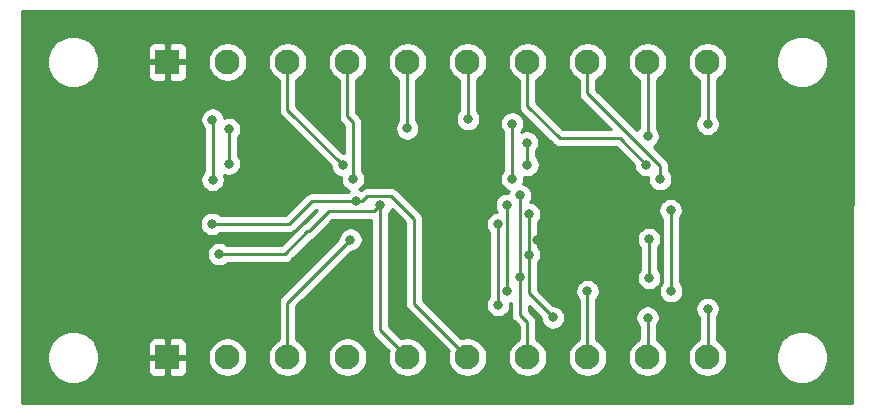
<source format=gbr>
G04 #@! TF.GenerationSoftware,KiCad,Pcbnew,(5.1.5)-3*
G04 #@! TF.CreationDate,2020-08-30T12:24:17-07:00*
G04 #@! TF.ProjectId,comparator,636f6d70-6172-4617-946f-722e6b696361,rev?*
G04 #@! TF.SameCoordinates,Original*
G04 #@! TF.FileFunction,Copper,L2,Bot*
G04 #@! TF.FilePolarity,Positive*
%FSLAX46Y46*%
G04 Gerber Fmt 4.6, Leading zero omitted, Abs format (unit mm)*
G04 Created by KiCad (PCBNEW (5.1.5)-3) date 2020-08-30 12:24:17*
%MOMM*%
%LPD*%
G04 APERTURE LIST*
%ADD10R,2.100000X2.100000*%
%ADD11C,2.100000*%
%ADD12C,0.800000*%
%ADD13C,0.250000*%
%ADD14C,0.254000*%
G04 APERTURE END LIST*
D10*
X100000000Y-100000000D03*
D11*
X105080000Y-100000000D03*
X110160000Y-100000000D03*
X115240000Y-100000000D03*
X120320000Y-100000000D03*
X125400000Y-100000000D03*
X130480000Y-100000000D03*
X135560000Y-100000000D03*
X140640000Y-100000000D03*
X145720000Y-100000000D03*
X145720000Y-125000000D03*
X140640000Y-125000000D03*
X135560000Y-125000000D03*
X130480000Y-125000000D03*
X125400000Y-125000000D03*
X120320000Y-125000000D03*
X115240000Y-125000000D03*
X110160000Y-125000000D03*
X105080000Y-125000000D03*
D10*
X100000000Y-125000000D03*
D12*
X105350000Y-112475000D03*
X105350000Y-115025000D03*
X110600000Y-111225000D03*
X114875000Y-113750000D03*
X115700000Y-116325000D03*
X123100000Y-111350000D03*
X122300000Y-112100000D03*
X123375000Y-112900000D03*
X122450000Y-113700000D03*
X134950000Y-112525000D03*
X131325000Y-115050000D03*
X141475000Y-113775000D03*
X141800000Y-111225000D03*
X114850000Y-108725000D03*
X115700000Y-109900000D03*
X105200000Y-108600000D03*
X105200000Y-105675000D03*
X120300000Y-105625000D03*
X103825000Y-109975000D03*
X103800000Y-104875000D03*
X125425000Y-104850000D03*
X140525000Y-108700000D03*
X141700000Y-109925000D03*
X130475000Y-108700000D03*
X130425000Y-106825000D03*
X140650000Y-106275000D03*
X129175000Y-109900000D03*
X129175000Y-105225000D03*
X145725000Y-105250000D03*
X128000000Y-113725000D03*
X145725000Y-120900000D03*
X128000000Y-120575000D03*
X130600000Y-116300000D03*
X130600000Y-112875000D03*
X132625000Y-121625000D03*
X140650000Y-121650000D03*
X142600000Y-112550000D03*
X142650000Y-119400000D03*
X128725000Y-119425000D03*
X128725000Y-112100000D03*
X135550000Y-119400000D03*
X140750000Y-115000000D03*
X140775000Y-118275000D03*
X129825000Y-118225000D03*
X129850000Y-111300000D03*
X103750000Y-113700000D03*
X115925000Y-111775000D03*
X104375000Y-116275000D03*
X118025000Y-112100000D03*
X115485000Y-115040000D03*
D13*
X110160000Y-104035000D02*
X110160000Y-100000000D01*
X114850000Y-108725000D02*
X110160000Y-104035000D01*
X115700000Y-109900000D02*
X115700000Y-105075000D01*
X115240000Y-104615000D02*
X115240000Y-100000000D01*
X115700000Y-105075000D02*
X115240000Y-104615000D01*
X105200000Y-108600000D02*
X105200000Y-105675000D01*
X120300000Y-100020000D02*
X120320000Y-100000000D01*
X120300000Y-105625000D02*
X120300000Y-100020000D01*
X103825000Y-109975000D02*
X103825000Y-104900000D01*
X103825000Y-104900000D02*
X103800000Y-104875000D01*
X125425000Y-100025000D02*
X125400000Y-100000000D01*
X125425000Y-104850000D02*
X125425000Y-100025000D01*
X140525000Y-108700000D02*
X138275000Y-106450000D01*
X138275000Y-106450000D02*
X133200000Y-106450000D01*
X130480000Y-103730000D02*
X130480000Y-100000000D01*
X133200000Y-106450000D02*
X130480000Y-103730000D01*
X141700000Y-108801998D02*
X137723002Y-104825000D01*
X141700000Y-109925000D02*
X141700000Y-108801998D01*
X137723002Y-104825000D02*
X137723002Y-104823002D01*
X135560000Y-102660000D02*
X135560000Y-100000000D01*
X137723002Y-104823002D02*
X135560000Y-102660000D01*
X130475000Y-108700000D02*
X130475000Y-106875000D01*
X130475000Y-106875000D02*
X130425000Y-106825000D01*
X140650000Y-100010000D02*
X140640000Y-100000000D01*
X140650000Y-106275000D02*
X140650000Y-100010000D01*
X129175000Y-109900000D02*
X129175000Y-105225000D01*
X145725000Y-100005000D02*
X145720000Y-100000000D01*
X145725000Y-105250000D02*
X145725000Y-100005000D01*
X145725000Y-124995000D02*
X145720000Y-125000000D01*
X145725000Y-120900000D02*
X145725000Y-124995000D01*
X128000000Y-113725000D02*
X128000000Y-120575000D01*
X130600000Y-116300000D02*
X130600000Y-112875000D01*
X130600000Y-116300000D02*
X130600000Y-119600000D01*
X130600000Y-119600000D02*
X132625000Y-121625000D01*
X140650000Y-124990000D02*
X140640000Y-125000000D01*
X140650000Y-121650000D02*
X140650000Y-124990000D01*
X142600000Y-112550000D02*
X142600000Y-119350000D01*
X142600000Y-119350000D02*
X142650000Y-119400000D01*
X128725000Y-119425000D02*
X128725000Y-112100000D01*
X135560000Y-119410000D02*
X135550000Y-119400000D01*
X135560000Y-125000000D02*
X135560000Y-119410000D01*
X140750000Y-115000000D02*
X140750000Y-118250000D01*
X140750000Y-118250000D02*
X140775000Y-118275000D01*
X129825000Y-118225000D02*
X129825000Y-111325000D01*
X129825000Y-111325000D02*
X129850000Y-111300000D01*
X129825000Y-118225000D02*
X129825000Y-121400000D01*
X130480000Y-122055000D02*
X130480000Y-125000000D01*
X129825000Y-121400000D02*
X130480000Y-122055000D01*
X103750000Y-113700000D02*
X110300000Y-113700000D01*
X110300000Y-113700000D02*
X112225000Y-111775000D01*
X112225000Y-111775000D02*
X115925000Y-111775000D01*
X116490685Y-111775000D02*
X116915685Y-111350000D01*
X115925000Y-111775000D02*
X116490685Y-111775000D01*
X116915685Y-111350000D02*
X118950000Y-111350000D01*
X118950000Y-111350000D02*
X120875000Y-113275000D01*
X120875000Y-120475000D02*
X125400000Y-125000000D01*
X120875000Y-113275000D02*
X120875000Y-120475000D01*
X104375000Y-116275000D02*
X109925000Y-116275000D01*
X118025000Y-122705000D02*
X120320000Y-125000000D01*
X118025000Y-112100000D02*
X118025000Y-122705000D01*
X111850000Y-114350000D02*
X111950000Y-114350000D01*
X109925000Y-116275000D02*
X111850000Y-114350000D01*
X111950000Y-114350000D02*
X113650000Y-112650000D01*
X117475000Y-112650000D02*
X118025000Y-112100000D01*
X113650000Y-112650000D02*
X117475000Y-112650000D01*
X110160000Y-120365000D02*
X110160000Y-125000000D01*
X115485000Y-115040000D02*
X110160000Y-120365000D01*
D14*
G36*
X157916910Y-128840000D02*
G01*
X87710000Y-128840000D01*
X87710000Y-124779872D01*
X89765000Y-124779872D01*
X89765000Y-125220128D01*
X89850890Y-125651925D01*
X90019369Y-126058669D01*
X90263962Y-126424729D01*
X90575271Y-126736038D01*
X90941331Y-126980631D01*
X91348075Y-127149110D01*
X91779872Y-127235000D01*
X92220128Y-127235000D01*
X92651925Y-127149110D01*
X93058669Y-126980631D01*
X93424729Y-126736038D01*
X93736038Y-126424729D01*
X93980631Y-126058669D01*
X93984221Y-126050000D01*
X98311928Y-126050000D01*
X98324188Y-126174482D01*
X98360498Y-126294180D01*
X98419463Y-126404494D01*
X98498815Y-126501185D01*
X98595506Y-126580537D01*
X98705820Y-126639502D01*
X98825518Y-126675812D01*
X98950000Y-126688072D01*
X99714250Y-126685000D01*
X99873000Y-126526250D01*
X99873000Y-125127000D01*
X100127000Y-125127000D01*
X100127000Y-126526250D01*
X100285750Y-126685000D01*
X101050000Y-126688072D01*
X101174482Y-126675812D01*
X101294180Y-126639502D01*
X101404494Y-126580537D01*
X101501185Y-126501185D01*
X101580537Y-126404494D01*
X101639502Y-126294180D01*
X101675812Y-126174482D01*
X101688072Y-126050000D01*
X101685000Y-125285750D01*
X101526250Y-125127000D01*
X100127000Y-125127000D01*
X99873000Y-125127000D01*
X98473750Y-125127000D01*
X98315000Y-125285750D01*
X98311928Y-126050000D01*
X93984221Y-126050000D01*
X94149110Y-125651925D01*
X94235000Y-125220128D01*
X94235000Y-124779872D01*
X94149110Y-124348075D01*
X93984222Y-123950000D01*
X98311928Y-123950000D01*
X98315000Y-124714250D01*
X98473750Y-124873000D01*
X99873000Y-124873000D01*
X99873000Y-123473750D01*
X100127000Y-123473750D01*
X100127000Y-124873000D01*
X101526250Y-124873000D01*
X101565208Y-124834042D01*
X103395000Y-124834042D01*
X103395000Y-125165958D01*
X103459754Y-125491496D01*
X103586772Y-125798147D01*
X103771175Y-126074125D01*
X104005875Y-126308825D01*
X104281853Y-126493228D01*
X104588504Y-126620246D01*
X104914042Y-126685000D01*
X105245958Y-126685000D01*
X105571496Y-126620246D01*
X105878147Y-126493228D01*
X106154125Y-126308825D01*
X106388825Y-126074125D01*
X106573228Y-125798147D01*
X106700246Y-125491496D01*
X106765000Y-125165958D01*
X106765000Y-124834042D01*
X108475000Y-124834042D01*
X108475000Y-125165958D01*
X108539754Y-125491496D01*
X108666772Y-125798147D01*
X108851175Y-126074125D01*
X109085875Y-126308825D01*
X109361853Y-126493228D01*
X109668504Y-126620246D01*
X109994042Y-126685000D01*
X110325958Y-126685000D01*
X110651496Y-126620246D01*
X110958147Y-126493228D01*
X111234125Y-126308825D01*
X111468825Y-126074125D01*
X111653228Y-125798147D01*
X111780246Y-125491496D01*
X111845000Y-125165958D01*
X111845000Y-124834042D01*
X113555000Y-124834042D01*
X113555000Y-125165958D01*
X113619754Y-125491496D01*
X113746772Y-125798147D01*
X113931175Y-126074125D01*
X114165875Y-126308825D01*
X114441853Y-126493228D01*
X114748504Y-126620246D01*
X115074042Y-126685000D01*
X115405958Y-126685000D01*
X115731496Y-126620246D01*
X116038147Y-126493228D01*
X116314125Y-126308825D01*
X116548825Y-126074125D01*
X116733228Y-125798147D01*
X116860246Y-125491496D01*
X116925000Y-125165958D01*
X116925000Y-124834042D01*
X116860246Y-124508504D01*
X116733228Y-124201853D01*
X116548825Y-123925875D01*
X116314125Y-123691175D01*
X116038147Y-123506772D01*
X115731496Y-123379754D01*
X115405958Y-123315000D01*
X115074042Y-123315000D01*
X114748504Y-123379754D01*
X114441853Y-123506772D01*
X114165875Y-123691175D01*
X113931175Y-123925875D01*
X113746772Y-124201853D01*
X113619754Y-124508504D01*
X113555000Y-124834042D01*
X111845000Y-124834042D01*
X111780246Y-124508504D01*
X111653228Y-124201853D01*
X111468825Y-123925875D01*
X111234125Y-123691175D01*
X110958147Y-123506772D01*
X110920000Y-123490971D01*
X110920000Y-120679801D01*
X115524802Y-116075000D01*
X115586939Y-116075000D01*
X115786898Y-116035226D01*
X115975256Y-115957205D01*
X116144774Y-115843937D01*
X116288937Y-115699774D01*
X116402205Y-115530256D01*
X116480226Y-115341898D01*
X116520000Y-115141939D01*
X116520000Y-114938061D01*
X116480226Y-114738102D01*
X116402205Y-114549744D01*
X116288937Y-114380226D01*
X116144774Y-114236063D01*
X115975256Y-114122795D01*
X115786898Y-114044774D01*
X115586939Y-114005000D01*
X115383061Y-114005000D01*
X115183102Y-114044774D01*
X114994744Y-114122795D01*
X114825226Y-114236063D01*
X114681063Y-114380226D01*
X114567795Y-114549744D01*
X114489774Y-114738102D01*
X114450000Y-114938061D01*
X114450000Y-115000198D01*
X109649003Y-119801196D01*
X109619999Y-119824999D01*
X109566654Y-119890001D01*
X109525026Y-119940724D01*
X109501374Y-119984974D01*
X109454454Y-120072754D01*
X109410997Y-120216015D01*
X109400000Y-120327668D01*
X109400000Y-120327678D01*
X109396324Y-120365000D01*
X109400000Y-120402323D01*
X109400001Y-123490971D01*
X109361853Y-123506772D01*
X109085875Y-123691175D01*
X108851175Y-123925875D01*
X108666772Y-124201853D01*
X108539754Y-124508504D01*
X108475000Y-124834042D01*
X106765000Y-124834042D01*
X106700246Y-124508504D01*
X106573228Y-124201853D01*
X106388825Y-123925875D01*
X106154125Y-123691175D01*
X105878147Y-123506772D01*
X105571496Y-123379754D01*
X105245958Y-123315000D01*
X104914042Y-123315000D01*
X104588504Y-123379754D01*
X104281853Y-123506772D01*
X104005875Y-123691175D01*
X103771175Y-123925875D01*
X103586772Y-124201853D01*
X103459754Y-124508504D01*
X103395000Y-124834042D01*
X101565208Y-124834042D01*
X101685000Y-124714250D01*
X101688072Y-123950000D01*
X101675812Y-123825518D01*
X101639502Y-123705820D01*
X101580537Y-123595506D01*
X101501185Y-123498815D01*
X101404494Y-123419463D01*
X101294180Y-123360498D01*
X101174482Y-123324188D01*
X101050000Y-123311928D01*
X100285750Y-123315000D01*
X100127000Y-123473750D01*
X99873000Y-123473750D01*
X99714250Y-123315000D01*
X98950000Y-123311928D01*
X98825518Y-123324188D01*
X98705820Y-123360498D01*
X98595506Y-123419463D01*
X98498815Y-123498815D01*
X98419463Y-123595506D01*
X98360498Y-123705820D01*
X98324188Y-123825518D01*
X98311928Y-123950000D01*
X93984222Y-123950000D01*
X93980631Y-123941331D01*
X93736038Y-123575271D01*
X93424729Y-123263962D01*
X93058669Y-123019369D01*
X92651925Y-122850890D01*
X92220128Y-122765000D01*
X91779872Y-122765000D01*
X91348075Y-122850890D01*
X90941331Y-123019369D01*
X90575271Y-123263962D01*
X90263962Y-123575271D01*
X90019369Y-123941331D01*
X89850890Y-124348075D01*
X89765000Y-124779872D01*
X87710000Y-124779872D01*
X87710000Y-113598061D01*
X102715000Y-113598061D01*
X102715000Y-113801939D01*
X102754774Y-114001898D01*
X102832795Y-114190256D01*
X102946063Y-114359774D01*
X103090226Y-114503937D01*
X103259744Y-114617205D01*
X103448102Y-114695226D01*
X103648061Y-114735000D01*
X103851939Y-114735000D01*
X104051898Y-114695226D01*
X104240256Y-114617205D01*
X104409774Y-114503937D01*
X104453711Y-114460000D01*
X110262678Y-114460000D01*
X110300000Y-114463676D01*
X110337322Y-114460000D01*
X110337333Y-114460000D01*
X110448986Y-114449003D01*
X110592247Y-114405546D01*
X110724276Y-114334974D01*
X110840001Y-114240001D01*
X110863804Y-114210997D01*
X112539802Y-112535000D01*
X112690198Y-112535000D01*
X111590756Y-113634443D01*
X111557753Y-113644454D01*
X111425723Y-113715026D01*
X111342083Y-113783668D01*
X111309999Y-113809999D01*
X111286201Y-113838997D01*
X109610199Y-115515000D01*
X105078711Y-115515000D01*
X105034774Y-115471063D01*
X104865256Y-115357795D01*
X104676898Y-115279774D01*
X104476939Y-115240000D01*
X104273061Y-115240000D01*
X104073102Y-115279774D01*
X103884744Y-115357795D01*
X103715226Y-115471063D01*
X103571063Y-115615226D01*
X103457795Y-115784744D01*
X103379774Y-115973102D01*
X103340000Y-116173061D01*
X103340000Y-116376939D01*
X103379774Y-116576898D01*
X103457795Y-116765256D01*
X103571063Y-116934774D01*
X103715226Y-117078937D01*
X103884744Y-117192205D01*
X104073102Y-117270226D01*
X104273061Y-117310000D01*
X104476939Y-117310000D01*
X104676898Y-117270226D01*
X104865256Y-117192205D01*
X105034774Y-117078937D01*
X105078711Y-117035000D01*
X109887678Y-117035000D01*
X109925000Y-117038676D01*
X109962322Y-117035000D01*
X109962333Y-117035000D01*
X110073986Y-117024003D01*
X110217247Y-116980546D01*
X110349276Y-116909974D01*
X110465001Y-116815001D01*
X110488804Y-116785997D01*
X112209245Y-115065557D01*
X112242247Y-115055546D01*
X112374276Y-114984974D01*
X112490001Y-114890001D01*
X112513804Y-114860997D01*
X113964802Y-113410000D01*
X117265000Y-113410000D01*
X117265001Y-122667668D01*
X117261324Y-122705000D01*
X117275998Y-122853985D01*
X117319454Y-122997246D01*
X117390026Y-123129276D01*
X117461201Y-123216002D01*
X117485000Y-123245001D01*
X117513998Y-123268799D01*
X118715555Y-124470357D01*
X118699754Y-124508504D01*
X118635000Y-124834042D01*
X118635000Y-125165958D01*
X118699754Y-125491496D01*
X118826772Y-125798147D01*
X119011175Y-126074125D01*
X119245875Y-126308825D01*
X119521853Y-126493228D01*
X119828504Y-126620246D01*
X120154042Y-126685000D01*
X120485958Y-126685000D01*
X120811496Y-126620246D01*
X121118147Y-126493228D01*
X121394125Y-126308825D01*
X121628825Y-126074125D01*
X121813228Y-125798147D01*
X121940246Y-125491496D01*
X122005000Y-125165958D01*
X122005000Y-124834042D01*
X121940246Y-124508504D01*
X121813228Y-124201853D01*
X121628825Y-123925875D01*
X121394125Y-123691175D01*
X121118147Y-123506772D01*
X120811496Y-123379754D01*
X120485958Y-123315000D01*
X120154042Y-123315000D01*
X119828504Y-123379754D01*
X119790357Y-123395555D01*
X118785000Y-122390199D01*
X118785000Y-112803711D01*
X118828937Y-112759774D01*
X118942205Y-112590256D01*
X118992949Y-112467750D01*
X120115000Y-113589802D01*
X120115001Y-120437668D01*
X120111324Y-120475000D01*
X120125998Y-120623985D01*
X120169454Y-120767246D01*
X120240026Y-120899276D01*
X120302766Y-120975724D01*
X120335000Y-121015001D01*
X120363998Y-121038799D01*
X123795555Y-124470357D01*
X123779754Y-124508504D01*
X123715000Y-124834042D01*
X123715000Y-125165958D01*
X123779754Y-125491496D01*
X123906772Y-125798147D01*
X124091175Y-126074125D01*
X124325875Y-126308825D01*
X124601853Y-126493228D01*
X124908504Y-126620246D01*
X125234042Y-126685000D01*
X125565958Y-126685000D01*
X125891496Y-126620246D01*
X126198147Y-126493228D01*
X126474125Y-126308825D01*
X126708825Y-126074125D01*
X126893228Y-125798147D01*
X127020246Y-125491496D01*
X127085000Y-125165958D01*
X127085000Y-124834042D01*
X127020246Y-124508504D01*
X126893228Y-124201853D01*
X126708825Y-123925875D01*
X126474125Y-123691175D01*
X126198147Y-123506772D01*
X125891496Y-123379754D01*
X125565958Y-123315000D01*
X125234042Y-123315000D01*
X124908504Y-123379754D01*
X124870357Y-123395555D01*
X121635000Y-120160199D01*
X121635000Y-113623061D01*
X126965000Y-113623061D01*
X126965000Y-113826939D01*
X127004774Y-114026898D01*
X127082795Y-114215256D01*
X127196063Y-114384774D01*
X127240000Y-114428711D01*
X127240001Y-119871288D01*
X127196063Y-119915226D01*
X127082795Y-120084744D01*
X127004774Y-120273102D01*
X126965000Y-120473061D01*
X126965000Y-120676939D01*
X127004774Y-120876898D01*
X127082795Y-121065256D01*
X127196063Y-121234774D01*
X127340226Y-121378937D01*
X127509744Y-121492205D01*
X127698102Y-121570226D01*
X127898061Y-121610000D01*
X128101939Y-121610000D01*
X128301898Y-121570226D01*
X128490256Y-121492205D01*
X128659774Y-121378937D01*
X128803937Y-121234774D01*
X128917205Y-121065256D01*
X128995226Y-120876898D01*
X129035000Y-120676939D01*
X129035000Y-120473061D01*
X129024582Y-120420687D01*
X129026898Y-120420226D01*
X129065001Y-120404443D01*
X129065001Y-121362668D01*
X129061324Y-121400000D01*
X129065001Y-121437333D01*
X129075998Y-121548986D01*
X129082441Y-121570226D01*
X129119454Y-121692246D01*
X129190026Y-121824276D01*
X129257108Y-121906015D01*
X129285000Y-121940001D01*
X129313998Y-121963799D01*
X129720000Y-122369802D01*
X129720000Y-123490971D01*
X129681853Y-123506772D01*
X129405875Y-123691175D01*
X129171175Y-123925875D01*
X128986772Y-124201853D01*
X128859754Y-124508504D01*
X128795000Y-124834042D01*
X128795000Y-125165958D01*
X128859754Y-125491496D01*
X128986772Y-125798147D01*
X129171175Y-126074125D01*
X129405875Y-126308825D01*
X129681853Y-126493228D01*
X129988504Y-126620246D01*
X130314042Y-126685000D01*
X130645958Y-126685000D01*
X130971496Y-126620246D01*
X131278147Y-126493228D01*
X131554125Y-126308825D01*
X131788825Y-126074125D01*
X131973228Y-125798147D01*
X132100246Y-125491496D01*
X132165000Y-125165958D01*
X132165000Y-124834042D01*
X133875000Y-124834042D01*
X133875000Y-125165958D01*
X133939754Y-125491496D01*
X134066772Y-125798147D01*
X134251175Y-126074125D01*
X134485875Y-126308825D01*
X134761853Y-126493228D01*
X135068504Y-126620246D01*
X135394042Y-126685000D01*
X135725958Y-126685000D01*
X136051496Y-126620246D01*
X136358147Y-126493228D01*
X136634125Y-126308825D01*
X136868825Y-126074125D01*
X137053228Y-125798147D01*
X137180246Y-125491496D01*
X137245000Y-125165958D01*
X137245000Y-124834042D01*
X138955000Y-124834042D01*
X138955000Y-125165958D01*
X139019754Y-125491496D01*
X139146772Y-125798147D01*
X139331175Y-126074125D01*
X139565875Y-126308825D01*
X139841853Y-126493228D01*
X140148504Y-126620246D01*
X140474042Y-126685000D01*
X140805958Y-126685000D01*
X141131496Y-126620246D01*
X141438147Y-126493228D01*
X141714125Y-126308825D01*
X141948825Y-126074125D01*
X142133228Y-125798147D01*
X142260246Y-125491496D01*
X142325000Y-125165958D01*
X142325000Y-124834042D01*
X144035000Y-124834042D01*
X144035000Y-125165958D01*
X144099754Y-125491496D01*
X144226772Y-125798147D01*
X144411175Y-126074125D01*
X144645875Y-126308825D01*
X144921853Y-126493228D01*
X145228504Y-126620246D01*
X145554042Y-126685000D01*
X145885958Y-126685000D01*
X146211496Y-126620246D01*
X146518147Y-126493228D01*
X146794125Y-126308825D01*
X147028825Y-126074125D01*
X147213228Y-125798147D01*
X147340246Y-125491496D01*
X147405000Y-125165958D01*
X147405000Y-124834042D01*
X147394225Y-124779872D01*
X151485000Y-124779872D01*
X151485000Y-125220128D01*
X151570890Y-125651925D01*
X151739369Y-126058669D01*
X151983962Y-126424729D01*
X152295271Y-126736038D01*
X152661331Y-126980631D01*
X153068075Y-127149110D01*
X153499872Y-127235000D01*
X153940128Y-127235000D01*
X154371925Y-127149110D01*
X154778669Y-126980631D01*
X155144729Y-126736038D01*
X155456038Y-126424729D01*
X155700631Y-126058669D01*
X155869110Y-125651925D01*
X155955000Y-125220128D01*
X155955000Y-124779872D01*
X155869110Y-124348075D01*
X155700631Y-123941331D01*
X155456038Y-123575271D01*
X155144729Y-123263962D01*
X154778669Y-123019369D01*
X154371925Y-122850890D01*
X153940128Y-122765000D01*
X153499872Y-122765000D01*
X153068075Y-122850890D01*
X152661331Y-123019369D01*
X152295271Y-123263962D01*
X151983962Y-123575271D01*
X151739369Y-123941331D01*
X151570890Y-124348075D01*
X151485000Y-124779872D01*
X147394225Y-124779872D01*
X147340246Y-124508504D01*
X147213228Y-124201853D01*
X147028825Y-123925875D01*
X146794125Y-123691175D01*
X146518147Y-123506772D01*
X146485000Y-123493042D01*
X146485000Y-121603711D01*
X146528937Y-121559774D01*
X146642205Y-121390256D01*
X146720226Y-121201898D01*
X146760000Y-121001939D01*
X146760000Y-120798061D01*
X146720226Y-120598102D01*
X146642205Y-120409744D01*
X146528937Y-120240226D01*
X146384774Y-120096063D01*
X146215256Y-119982795D01*
X146026898Y-119904774D01*
X145826939Y-119865000D01*
X145623061Y-119865000D01*
X145423102Y-119904774D01*
X145234744Y-119982795D01*
X145065226Y-120096063D01*
X144921063Y-120240226D01*
X144807795Y-120409744D01*
X144729774Y-120598102D01*
X144690000Y-120798061D01*
X144690000Y-121001939D01*
X144729774Y-121201898D01*
X144807795Y-121390256D01*
X144921063Y-121559774D01*
X144965000Y-121603711D01*
X144965001Y-123488900D01*
X144921853Y-123506772D01*
X144645875Y-123691175D01*
X144411175Y-123925875D01*
X144226772Y-124201853D01*
X144099754Y-124508504D01*
X144035000Y-124834042D01*
X142325000Y-124834042D01*
X142260246Y-124508504D01*
X142133228Y-124201853D01*
X141948825Y-123925875D01*
X141714125Y-123691175D01*
X141438147Y-123506772D01*
X141410000Y-123495113D01*
X141410000Y-122353711D01*
X141453937Y-122309774D01*
X141567205Y-122140256D01*
X141645226Y-121951898D01*
X141685000Y-121751939D01*
X141685000Y-121548061D01*
X141645226Y-121348102D01*
X141567205Y-121159744D01*
X141453937Y-120990226D01*
X141309774Y-120846063D01*
X141140256Y-120732795D01*
X140951898Y-120654774D01*
X140751939Y-120615000D01*
X140548061Y-120615000D01*
X140348102Y-120654774D01*
X140159744Y-120732795D01*
X139990226Y-120846063D01*
X139846063Y-120990226D01*
X139732795Y-121159744D01*
X139654774Y-121348102D01*
X139615000Y-121548061D01*
X139615000Y-121751939D01*
X139654774Y-121951898D01*
X139732795Y-122140256D01*
X139846063Y-122309774D01*
X139890000Y-122353711D01*
X139890001Y-123486829D01*
X139841853Y-123506772D01*
X139565875Y-123691175D01*
X139331175Y-123925875D01*
X139146772Y-124201853D01*
X139019754Y-124508504D01*
X138955000Y-124834042D01*
X137245000Y-124834042D01*
X137180246Y-124508504D01*
X137053228Y-124201853D01*
X136868825Y-123925875D01*
X136634125Y-123691175D01*
X136358147Y-123506772D01*
X136320000Y-123490971D01*
X136320000Y-120093711D01*
X136353937Y-120059774D01*
X136467205Y-119890256D01*
X136545226Y-119701898D01*
X136585000Y-119501939D01*
X136585000Y-119298061D01*
X136545226Y-119098102D01*
X136467205Y-118909744D01*
X136353937Y-118740226D01*
X136209774Y-118596063D01*
X136040256Y-118482795D01*
X135851898Y-118404774D01*
X135651939Y-118365000D01*
X135448061Y-118365000D01*
X135248102Y-118404774D01*
X135059744Y-118482795D01*
X134890226Y-118596063D01*
X134746063Y-118740226D01*
X134632795Y-118909744D01*
X134554774Y-119098102D01*
X134515000Y-119298061D01*
X134515000Y-119501939D01*
X134554774Y-119701898D01*
X134632795Y-119890256D01*
X134746063Y-120059774D01*
X134800001Y-120113712D01*
X134800000Y-123490971D01*
X134761853Y-123506772D01*
X134485875Y-123691175D01*
X134251175Y-123925875D01*
X134066772Y-124201853D01*
X133939754Y-124508504D01*
X133875000Y-124834042D01*
X132165000Y-124834042D01*
X132100246Y-124508504D01*
X131973228Y-124201853D01*
X131788825Y-123925875D01*
X131554125Y-123691175D01*
X131278147Y-123506772D01*
X131240000Y-123490971D01*
X131240000Y-122092323D01*
X131243676Y-122055000D01*
X131240000Y-122017677D01*
X131240000Y-122017667D01*
X131229003Y-121906014D01*
X131185546Y-121762753D01*
X131114975Y-121630725D01*
X131114974Y-121630723D01*
X131043799Y-121543997D01*
X131020001Y-121514999D01*
X130991004Y-121491202D01*
X130585000Y-121085199D01*
X130585000Y-120659802D01*
X131590000Y-121664802D01*
X131590000Y-121726939D01*
X131629774Y-121926898D01*
X131707795Y-122115256D01*
X131821063Y-122284774D01*
X131965226Y-122428937D01*
X132134744Y-122542205D01*
X132323102Y-122620226D01*
X132523061Y-122660000D01*
X132726939Y-122660000D01*
X132926898Y-122620226D01*
X133115256Y-122542205D01*
X133284774Y-122428937D01*
X133428937Y-122284774D01*
X133542205Y-122115256D01*
X133620226Y-121926898D01*
X133660000Y-121726939D01*
X133660000Y-121523061D01*
X133620226Y-121323102D01*
X133542205Y-121134744D01*
X133428937Y-120965226D01*
X133284774Y-120821063D01*
X133115256Y-120707795D01*
X132926898Y-120629774D01*
X132726939Y-120590000D01*
X132664802Y-120590000D01*
X131360000Y-119285199D01*
X131360000Y-117003711D01*
X131403937Y-116959774D01*
X131517205Y-116790256D01*
X131595226Y-116601898D01*
X131635000Y-116401939D01*
X131635000Y-116198061D01*
X131595226Y-115998102D01*
X131517205Y-115809744D01*
X131403937Y-115640226D01*
X131360000Y-115596289D01*
X131360000Y-114898061D01*
X139715000Y-114898061D01*
X139715000Y-115101939D01*
X139754774Y-115301898D01*
X139832795Y-115490256D01*
X139946063Y-115659774D01*
X139990000Y-115703711D01*
X139990001Y-117596288D01*
X139971063Y-117615226D01*
X139857795Y-117784744D01*
X139779774Y-117973102D01*
X139740000Y-118173061D01*
X139740000Y-118376939D01*
X139779774Y-118576898D01*
X139857795Y-118765256D01*
X139971063Y-118934774D01*
X140115226Y-119078937D01*
X140284744Y-119192205D01*
X140473102Y-119270226D01*
X140673061Y-119310000D01*
X140876939Y-119310000D01*
X141076898Y-119270226D01*
X141265256Y-119192205D01*
X141434774Y-119078937D01*
X141578937Y-118934774D01*
X141692205Y-118765256D01*
X141770226Y-118576898D01*
X141810000Y-118376939D01*
X141810000Y-118173061D01*
X141770226Y-117973102D01*
X141692205Y-117784744D01*
X141578937Y-117615226D01*
X141510000Y-117546289D01*
X141510000Y-115703711D01*
X141553937Y-115659774D01*
X141667205Y-115490256D01*
X141745226Y-115301898D01*
X141785000Y-115101939D01*
X141785000Y-114898061D01*
X141745226Y-114698102D01*
X141667205Y-114509744D01*
X141553937Y-114340226D01*
X141409774Y-114196063D01*
X141240256Y-114082795D01*
X141051898Y-114004774D01*
X140851939Y-113965000D01*
X140648061Y-113965000D01*
X140448102Y-114004774D01*
X140259744Y-114082795D01*
X140090226Y-114196063D01*
X139946063Y-114340226D01*
X139832795Y-114509744D01*
X139754774Y-114698102D01*
X139715000Y-114898061D01*
X131360000Y-114898061D01*
X131360000Y-113578711D01*
X131403937Y-113534774D01*
X131517205Y-113365256D01*
X131595226Y-113176898D01*
X131635000Y-112976939D01*
X131635000Y-112773061D01*
X131595226Y-112573102D01*
X131543432Y-112448061D01*
X141565000Y-112448061D01*
X141565000Y-112651939D01*
X141604774Y-112851898D01*
X141682795Y-113040256D01*
X141796063Y-113209774D01*
X141840000Y-113253711D01*
X141840001Y-118749299D01*
X141732795Y-118909744D01*
X141654774Y-119098102D01*
X141615000Y-119298061D01*
X141615000Y-119501939D01*
X141654774Y-119701898D01*
X141732795Y-119890256D01*
X141846063Y-120059774D01*
X141990226Y-120203937D01*
X142159744Y-120317205D01*
X142348102Y-120395226D01*
X142548061Y-120435000D01*
X142751939Y-120435000D01*
X142951898Y-120395226D01*
X143140256Y-120317205D01*
X143309774Y-120203937D01*
X143453937Y-120059774D01*
X143567205Y-119890256D01*
X143645226Y-119701898D01*
X143685000Y-119501939D01*
X143685000Y-119298061D01*
X143645226Y-119098102D01*
X143567205Y-118909744D01*
X143453937Y-118740226D01*
X143360000Y-118646289D01*
X143360000Y-113253711D01*
X143403937Y-113209774D01*
X143517205Y-113040256D01*
X143595226Y-112851898D01*
X143635000Y-112651939D01*
X143635000Y-112448061D01*
X143595226Y-112248102D01*
X143517205Y-112059744D01*
X143403937Y-111890226D01*
X143259774Y-111746063D01*
X143090256Y-111632795D01*
X142901898Y-111554774D01*
X142701939Y-111515000D01*
X142498061Y-111515000D01*
X142298102Y-111554774D01*
X142109744Y-111632795D01*
X141940226Y-111746063D01*
X141796063Y-111890226D01*
X141682795Y-112059744D01*
X141604774Y-112248102D01*
X141565000Y-112448061D01*
X131543432Y-112448061D01*
X131517205Y-112384744D01*
X131403937Y-112215226D01*
X131259774Y-112071063D01*
X131090256Y-111957795D01*
X130901898Y-111879774D01*
X130730210Y-111845623D01*
X130767205Y-111790256D01*
X130845226Y-111601898D01*
X130885000Y-111401939D01*
X130885000Y-111198061D01*
X130845226Y-110998102D01*
X130767205Y-110809744D01*
X130653937Y-110640226D01*
X130509774Y-110496063D01*
X130340256Y-110382795D01*
X130151898Y-110304774D01*
X130129462Y-110300311D01*
X130170226Y-110201898D01*
X130210000Y-110001939D01*
X130210000Y-109798061D01*
X130190222Y-109698631D01*
X130373061Y-109735000D01*
X130576939Y-109735000D01*
X130776898Y-109695226D01*
X130965256Y-109617205D01*
X131134774Y-109503937D01*
X131278937Y-109359774D01*
X131392205Y-109190256D01*
X131470226Y-109001898D01*
X131510000Y-108801939D01*
X131510000Y-108598061D01*
X131470226Y-108398102D01*
X131392205Y-108209744D01*
X131278937Y-108040226D01*
X131235000Y-107996289D01*
X131235000Y-107475700D01*
X131342205Y-107315256D01*
X131420226Y-107126898D01*
X131460000Y-106926939D01*
X131460000Y-106723061D01*
X131420226Y-106523102D01*
X131342205Y-106334744D01*
X131228937Y-106165226D01*
X131084774Y-106021063D01*
X130915256Y-105907795D01*
X130726898Y-105829774D01*
X130526939Y-105790000D01*
X130323061Y-105790000D01*
X130123102Y-105829774D01*
X129970887Y-105892824D01*
X129978937Y-105884774D01*
X130092205Y-105715256D01*
X130170226Y-105526898D01*
X130210000Y-105326939D01*
X130210000Y-105123061D01*
X130170226Y-104923102D01*
X130092205Y-104734744D01*
X129978937Y-104565226D01*
X129834774Y-104421063D01*
X129665256Y-104307795D01*
X129476898Y-104229774D01*
X129276939Y-104190000D01*
X129073061Y-104190000D01*
X128873102Y-104229774D01*
X128684744Y-104307795D01*
X128515226Y-104421063D01*
X128371063Y-104565226D01*
X128257795Y-104734744D01*
X128179774Y-104923102D01*
X128140000Y-105123061D01*
X128140000Y-105326939D01*
X128179774Y-105526898D01*
X128257795Y-105715256D01*
X128371063Y-105884774D01*
X128415001Y-105928712D01*
X128415000Y-109196289D01*
X128371063Y-109240226D01*
X128257795Y-109409744D01*
X128179774Y-109598102D01*
X128140000Y-109798061D01*
X128140000Y-110001939D01*
X128179774Y-110201898D01*
X128257795Y-110390256D01*
X128371063Y-110559774D01*
X128515226Y-110703937D01*
X128684744Y-110817205D01*
X128873102Y-110895226D01*
X128895538Y-110899689D01*
X128854774Y-110998102D01*
X128840914Y-111067780D01*
X128826939Y-111065000D01*
X128623061Y-111065000D01*
X128423102Y-111104774D01*
X128234744Y-111182795D01*
X128065226Y-111296063D01*
X127921063Y-111440226D01*
X127807795Y-111609744D01*
X127729774Y-111798102D01*
X127690000Y-111998061D01*
X127690000Y-112201939D01*
X127729774Y-112401898D01*
X127807795Y-112590256D01*
X127877213Y-112694147D01*
X127698102Y-112729774D01*
X127509744Y-112807795D01*
X127340226Y-112921063D01*
X127196063Y-113065226D01*
X127082795Y-113234744D01*
X127004774Y-113423102D01*
X126965000Y-113623061D01*
X121635000Y-113623061D01*
X121635000Y-113312322D01*
X121638676Y-113274999D01*
X121635000Y-113237676D01*
X121635000Y-113237667D01*
X121624003Y-113126014D01*
X121580546Y-112982753D01*
X121547572Y-112921063D01*
X121509974Y-112850723D01*
X121438799Y-112763997D01*
X121415001Y-112734999D01*
X121386004Y-112711202D01*
X119513804Y-110839003D01*
X119490001Y-110809999D01*
X119374276Y-110715026D01*
X119242247Y-110644454D01*
X119098986Y-110600997D01*
X118987333Y-110590000D01*
X118987322Y-110590000D01*
X118950000Y-110586324D01*
X118912678Y-110590000D01*
X116953010Y-110590000D01*
X116915685Y-110586324D01*
X116878360Y-110590000D01*
X116878352Y-110590000D01*
X116766699Y-110600997D01*
X116623438Y-110644454D01*
X116491409Y-110715026D01*
X116375684Y-110809999D01*
X116356449Y-110833436D01*
X116238860Y-110784729D01*
X116359774Y-110703937D01*
X116503937Y-110559774D01*
X116617205Y-110390256D01*
X116695226Y-110201898D01*
X116735000Y-110001939D01*
X116735000Y-109798061D01*
X116695226Y-109598102D01*
X116617205Y-109409744D01*
X116503937Y-109240226D01*
X116460000Y-109196289D01*
X116460000Y-105112322D01*
X116463676Y-105074999D01*
X116460000Y-105037676D01*
X116460000Y-105037667D01*
X116449003Y-104926014D01*
X116405546Y-104782753D01*
X116334974Y-104650724D01*
X116240001Y-104534999D01*
X116210997Y-104511196D01*
X116000000Y-104300199D01*
X116000000Y-101509029D01*
X116038147Y-101493228D01*
X116314125Y-101308825D01*
X116548825Y-101074125D01*
X116733228Y-100798147D01*
X116860246Y-100491496D01*
X116925000Y-100165958D01*
X116925000Y-99834042D01*
X118635000Y-99834042D01*
X118635000Y-100165958D01*
X118699754Y-100491496D01*
X118826772Y-100798147D01*
X119011175Y-101074125D01*
X119245875Y-101308825D01*
X119521853Y-101493228D01*
X119540001Y-101500745D01*
X119540000Y-104921289D01*
X119496063Y-104965226D01*
X119382795Y-105134744D01*
X119304774Y-105323102D01*
X119265000Y-105523061D01*
X119265000Y-105726939D01*
X119304774Y-105926898D01*
X119382795Y-106115256D01*
X119496063Y-106284774D01*
X119640226Y-106428937D01*
X119809744Y-106542205D01*
X119998102Y-106620226D01*
X120198061Y-106660000D01*
X120401939Y-106660000D01*
X120601898Y-106620226D01*
X120790256Y-106542205D01*
X120959774Y-106428937D01*
X121103937Y-106284774D01*
X121217205Y-106115256D01*
X121295226Y-105926898D01*
X121335000Y-105726939D01*
X121335000Y-105523061D01*
X121295226Y-105323102D01*
X121217205Y-105134744D01*
X121103937Y-104965226D01*
X121060000Y-104921289D01*
X121060000Y-101517313D01*
X121118147Y-101493228D01*
X121394125Y-101308825D01*
X121628825Y-101074125D01*
X121813228Y-100798147D01*
X121940246Y-100491496D01*
X122005000Y-100165958D01*
X122005000Y-99834042D01*
X123715000Y-99834042D01*
X123715000Y-100165958D01*
X123779754Y-100491496D01*
X123906772Y-100798147D01*
X124091175Y-101074125D01*
X124325875Y-101308825D01*
X124601853Y-101493228D01*
X124665001Y-101519384D01*
X124665000Y-104146289D01*
X124621063Y-104190226D01*
X124507795Y-104359744D01*
X124429774Y-104548102D01*
X124390000Y-104748061D01*
X124390000Y-104951939D01*
X124429774Y-105151898D01*
X124507795Y-105340256D01*
X124621063Y-105509774D01*
X124765226Y-105653937D01*
X124934744Y-105767205D01*
X125123102Y-105845226D01*
X125323061Y-105885000D01*
X125526939Y-105885000D01*
X125726898Y-105845226D01*
X125915256Y-105767205D01*
X126084774Y-105653937D01*
X126228937Y-105509774D01*
X126342205Y-105340256D01*
X126420226Y-105151898D01*
X126460000Y-104951939D01*
X126460000Y-104748061D01*
X126420226Y-104548102D01*
X126342205Y-104359744D01*
X126228937Y-104190226D01*
X126185000Y-104146289D01*
X126185000Y-101498674D01*
X126198147Y-101493228D01*
X126474125Y-101308825D01*
X126708825Y-101074125D01*
X126893228Y-100798147D01*
X127020246Y-100491496D01*
X127085000Y-100165958D01*
X127085000Y-99834042D01*
X128795000Y-99834042D01*
X128795000Y-100165958D01*
X128859754Y-100491496D01*
X128986772Y-100798147D01*
X129171175Y-101074125D01*
X129405875Y-101308825D01*
X129681853Y-101493228D01*
X129720001Y-101509029D01*
X129720000Y-103692677D01*
X129716324Y-103730000D01*
X129720000Y-103767322D01*
X129720000Y-103767332D01*
X129730997Y-103878985D01*
X129761647Y-103980026D01*
X129774454Y-104022246D01*
X129845026Y-104154276D01*
X129878000Y-104194454D01*
X129939999Y-104270001D01*
X129969003Y-104293804D01*
X132636200Y-106961002D01*
X132659999Y-106990001D01*
X132688997Y-107013799D01*
X132775723Y-107084974D01*
X132854157Y-107126898D01*
X132907753Y-107155546D01*
X133051014Y-107199003D01*
X133162667Y-107210000D01*
X133162677Y-107210000D01*
X133200000Y-107213676D01*
X133237323Y-107210000D01*
X137960199Y-107210000D01*
X139490000Y-108739802D01*
X139490000Y-108801939D01*
X139529774Y-109001898D01*
X139607795Y-109190256D01*
X139721063Y-109359774D01*
X139865226Y-109503937D01*
X140034744Y-109617205D01*
X140223102Y-109695226D01*
X140423061Y-109735000D01*
X140626939Y-109735000D01*
X140684806Y-109723490D01*
X140665000Y-109823061D01*
X140665000Y-110026939D01*
X140704774Y-110226898D01*
X140782795Y-110415256D01*
X140896063Y-110584774D01*
X141040226Y-110728937D01*
X141209744Y-110842205D01*
X141398102Y-110920226D01*
X141598061Y-110960000D01*
X141801939Y-110960000D01*
X142001898Y-110920226D01*
X142190256Y-110842205D01*
X142359774Y-110728937D01*
X142503937Y-110584774D01*
X142617205Y-110415256D01*
X142695226Y-110226898D01*
X142735000Y-110026939D01*
X142735000Y-109823061D01*
X142695226Y-109623102D01*
X142617205Y-109434744D01*
X142503937Y-109265226D01*
X142460000Y-109221289D01*
X142460000Y-108839331D01*
X142463677Y-108801998D01*
X142449003Y-108653012D01*
X142405546Y-108509751D01*
X142334974Y-108377722D01*
X142263799Y-108290995D01*
X142240001Y-108261997D01*
X142211003Y-108238199D01*
X141155094Y-107182290D01*
X141309774Y-107078937D01*
X141453937Y-106934774D01*
X141567205Y-106765256D01*
X141645226Y-106576898D01*
X141685000Y-106376939D01*
X141685000Y-106173061D01*
X141645226Y-105973102D01*
X141567205Y-105784744D01*
X141453937Y-105615226D01*
X141410000Y-105571289D01*
X141410000Y-101504887D01*
X141438147Y-101493228D01*
X141714125Y-101308825D01*
X141948825Y-101074125D01*
X142133228Y-100798147D01*
X142260246Y-100491496D01*
X142325000Y-100165958D01*
X142325000Y-99834042D01*
X144035000Y-99834042D01*
X144035000Y-100165958D01*
X144099754Y-100491496D01*
X144226772Y-100798147D01*
X144411175Y-101074125D01*
X144645875Y-101308825D01*
X144921853Y-101493228D01*
X144965001Y-101511100D01*
X144965000Y-104546289D01*
X144921063Y-104590226D01*
X144807795Y-104759744D01*
X144729774Y-104948102D01*
X144690000Y-105148061D01*
X144690000Y-105351939D01*
X144729774Y-105551898D01*
X144807795Y-105740256D01*
X144921063Y-105909774D01*
X145065226Y-106053937D01*
X145234744Y-106167205D01*
X145423102Y-106245226D01*
X145623061Y-106285000D01*
X145826939Y-106285000D01*
X146026898Y-106245226D01*
X146215256Y-106167205D01*
X146384774Y-106053937D01*
X146528937Y-105909774D01*
X146642205Y-105740256D01*
X146720226Y-105551898D01*
X146760000Y-105351939D01*
X146760000Y-105148061D01*
X146720226Y-104948102D01*
X146642205Y-104759744D01*
X146528937Y-104590226D01*
X146485000Y-104546289D01*
X146485000Y-101506958D01*
X146518147Y-101493228D01*
X146794125Y-101308825D01*
X147028825Y-101074125D01*
X147213228Y-100798147D01*
X147340246Y-100491496D01*
X147405000Y-100165958D01*
X147405000Y-99834042D01*
X147394225Y-99779872D01*
X151485000Y-99779872D01*
X151485000Y-100220128D01*
X151570890Y-100651925D01*
X151739369Y-101058669D01*
X151983962Y-101424729D01*
X152295271Y-101736038D01*
X152661331Y-101980631D01*
X153068075Y-102149110D01*
X153499872Y-102235000D01*
X153940128Y-102235000D01*
X154371925Y-102149110D01*
X154778669Y-101980631D01*
X155144729Y-101736038D01*
X155456038Y-101424729D01*
X155700631Y-101058669D01*
X155869110Y-100651925D01*
X155955000Y-100220128D01*
X155955000Y-99779872D01*
X155869110Y-99348075D01*
X155700631Y-98941331D01*
X155456038Y-98575271D01*
X155144729Y-98263962D01*
X154778669Y-98019369D01*
X154371925Y-97850890D01*
X153940128Y-97765000D01*
X153499872Y-97765000D01*
X153068075Y-97850890D01*
X152661331Y-98019369D01*
X152295271Y-98263962D01*
X151983962Y-98575271D01*
X151739369Y-98941331D01*
X151570890Y-99348075D01*
X151485000Y-99779872D01*
X147394225Y-99779872D01*
X147340246Y-99508504D01*
X147213228Y-99201853D01*
X147028825Y-98925875D01*
X146794125Y-98691175D01*
X146518147Y-98506772D01*
X146211496Y-98379754D01*
X145885958Y-98315000D01*
X145554042Y-98315000D01*
X145228504Y-98379754D01*
X144921853Y-98506772D01*
X144645875Y-98691175D01*
X144411175Y-98925875D01*
X144226772Y-99201853D01*
X144099754Y-99508504D01*
X144035000Y-99834042D01*
X142325000Y-99834042D01*
X142260246Y-99508504D01*
X142133228Y-99201853D01*
X141948825Y-98925875D01*
X141714125Y-98691175D01*
X141438147Y-98506772D01*
X141131496Y-98379754D01*
X140805958Y-98315000D01*
X140474042Y-98315000D01*
X140148504Y-98379754D01*
X139841853Y-98506772D01*
X139565875Y-98691175D01*
X139331175Y-98925875D01*
X139146772Y-99201853D01*
X139019754Y-99508504D01*
X138955000Y-99834042D01*
X138955000Y-100165958D01*
X139019754Y-100491496D01*
X139146772Y-100798147D01*
X139331175Y-101074125D01*
X139565875Y-101308825D01*
X139841853Y-101493228D01*
X139890001Y-101513171D01*
X139890000Y-105571289D01*
X139846063Y-105615226D01*
X139742709Y-105769906D01*
X138295950Y-104323147D01*
X138286801Y-104311999D01*
X138286800Y-104311998D01*
X138263003Y-104283001D01*
X138234005Y-104259203D01*
X136320000Y-102345199D01*
X136320000Y-101509029D01*
X136358147Y-101493228D01*
X136634125Y-101308825D01*
X136868825Y-101074125D01*
X137053228Y-100798147D01*
X137180246Y-100491496D01*
X137245000Y-100165958D01*
X137245000Y-99834042D01*
X137180246Y-99508504D01*
X137053228Y-99201853D01*
X136868825Y-98925875D01*
X136634125Y-98691175D01*
X136358147Y-98506772D01*
X136051496Y-98379754D01*
X135725958Y-98315000D01*
X135394042Y-98315000D01*
X135068504Y-98379754D01*
X134761853Y-98506772D01*
X134485875Y-98691175D01*
X134251175Y-98925875D01*
X134066772Y-99201853D01*
X133939754Y-99508504D01*
X133875000Y-99834042D01*
X133875000Y-100165958D01*
X133939754Y-100491496D01*
X134066772Y-100798147D01*
X134251175Y-101074125D01*
X134485875Y-101308825D01*
X134761853Y-101493228D01*
X134800000Y-101509029D01*
X134800000Y-102622677D01*
X134796324Y-102660000D01*
X134800000Y-102697322D01*
X134800000Y-102697332D01*
X134810997Y-102808985D01*
X134854454Y-102952246D01*
X134925026Y-103084276D01*
X134964871Y-103132826D01*
X135019999Y-103200001D01*
X135049003Y-103223804D01*
X137150060Y-105324862D01*
X137183001Y-105365001D01*
X137212005Y-105388804D01*
X137513201Y-105690000D01*
X133514802Y-105690000D01*
X131240000Y-103415199D01*
X131240000Y-101509029D01*
X131278147Y-101493228D01*
X131554125Y-101308825D01*
X131788825Y-101074125D01*
X131973228Y-100798147D01*
X132100246Y-100491496D01*
X132165000Y-100165958D01*
X132165000Y-99834042D01*
X132100246Y-99508504D01*
X131973228Y-99201853D01*
X131788825Y-98925875D01*
X131554125Y-98691175D01*
X131278147Y-98506772D01*
X130971496Y-98379754D01*
X130645958Y-98315000D01*
X130314042Y-98315000D01*
X129988504Y-98379754D01*
X129681853Y-98506772D01*
X129405875Y-98691175D01*
X129171175Y-98925875D01*
X128986772Y-99201853D01*
X128859754Y-99508504D01*
X128795000Y-99834042D01*
X127085000Y-99834042D01*
X127020246Y-99508504D01*
X126893228Y-99201853D01*
X126708825Y-98925875D01*
X126474125Y-98691175D01*
X126198147Y-98506772D01*
X125891496Y-98379754D01*
X125565958Y-98315000D01*
X125234042Y-98315000D01*
X124908504Y-98379754D01*
X124601853Y-98506772D01*
X124325875Y-98691175D01*
X124091175Y-98925875D01*
X123906772Y-99201853D01*
X123779754Y-99508504D01*
X123715000Y-99834042D01*
X122005000Y-99834042D01*
X121940246Y-99508504D01*
X121813228Y-99201853D01*
X121628825Y-98925875D01*
X121394125Y-98691175D01*
X121118147Y-98506772D01*
X120811496Y-98379754D01*
X120485958Y-98315000D01*
X120154042Y-98315000D01*
X119828504Y-98379754D01*
X119521853Y-98506772D01*
X119245875Y-98691175D01*
X119011175Y-98925875D01*
X118826772Y-99201853D01*
X118699754Y-99508504D01*
X118635000Y-99834042D01*
X116925000Y-99834042D01*
X116860246Y-99508504D01*
X116733228Y-99201853D01*
X116548825Y-98925875D01*
X116314125Y-98691175D01*
X116038147Y-98506772D01*
X115731496Y-98379754D01*
X115405958Y-98315000D01*
X115074042Y-98315000D01*
X114748504Y-98379754D01*
X114441853Y-98506772D01*
X114165875Y-98691175D01*
X113931175Y-98925875D01*
X113746772Y-99201853D01*
X113619754Y-99508504D01*
X113555000Y-99834042D01*
X113555000Y-100165958D01*
X113619754Y-100491496D01*
X113746772Y-100798147D01*
X113931175Y-101074125D01*
X114165875Y-101308825D01*
X114441853Y-101493228D01*
X114480001Y-101509029D01*
X114480000Y-104577677D01*
X114476324Y-104615000D01*
X114480000Y-104652322D01*
X114480000Y-104652332D01*
X114490997Y-104763985D01*
X114528413Y-104887332D01*
X114534454Y-104907246D01*
X114605026Y-105039276D01*
X114644871Y-105087826D01*
X114699999Y-105155001D01*
X114729003Y-105178804D01*
X114940001Y-105389802D01*
X114940000Y-107690000D01*
X114889802Y-107690000D01*
X110920000Y-103720199D01*
X110920000Y-101509029D01*
X110958147Y-101493228D01*
X111234125Y-101308825D01*
X111468825Y-101074125D01*
X111653228Y-100798147D01*
X111780246Y-100491496D01*
X111845000Y-100165958D01*
X111845000Y-99834042D01*
X111780246Y-99508504D01*
X111653228Y-99201853D01*
X111468825Y-98925875D01*
X111234125Y-98691175D01*
X110958147Y-98506772D01*
X110651496Y-98379754D01*
X110325958Y-98315000D01*
X109994042Y-98315000D01*
X109668504Y-98379754D01*
X109361853Y-98506772D01*
X109085875Y-98691175D01*
X108851175Y-98925875D01*
X108666772Y-99201853D01*
X108539754Y-99508504D01*
X108475000Y-99834042D01*
X108475000Y-100165958D01*
X108539754Y-100491496D01*
X108666772Y-100798147D01*
X108851175Y-101074125D01*
X109085875Y-101308825D01*
X109361853Y-101493228D01*
X109400001Y-101509029D01*
X109400000Y-103997677D01*
X109396324Y-104035000D01*
X109400000Y-104072322D01*
X109400000Y-104072332D01*
X109410997Y-104183985D01*
X109441033Y-104283001D01*
X109454454Y-104327246D01*
X109525026Y-104459276D01*
X109564871Y-104507826D01*
X109619999Y-104575001D01*
X109649003Y-104598804D01*
X113815000Y-108764802D01*
X113815000Y-108826939D01*
X113854774Y-109026898D01*
X113932795Y-109215256D01*
X114046063Y-109384774D01*
X114190226Y-109528937D01*
X114359744Y-109642205D01*
X114548102Y-109720226D01*
X114675444Y-109745556D01*
X114665000Y-109798061D01*
X114665000Y-110001939D01*
X114704774Y-110201898D01*
X114782795Y-110390256D01*
X114896063Y-110559774D01*
X115040226Y-110703937D01*
X115209744Y-110817205D01*
X115386140Y-110890271D01*
X115265226Y-110971063D01*
X115221289Y-111015000D01*
X112262322Y-111015000D01*
X112224999Y-111011324D01*
X112187676Y-111015000D01*
X112187667Y-111015000D01*
X112076014Y-111025997D01*
X111947436Y-111065000D01*
X111932753Y-111069454D01*
X111800723Y-111140026D01*
X111730008Y-111198061D01*
X111684999Y-111234999D01*
X111661201Y-111263997D01*
X109985199Y-112940000D01*
X104453711Y-112940000D01*
X104409774Y-112896063D01*
X104240256Y-112782795D01*
X104051898Y-112704774D01*
X103851939Y-112665000D01*
X103648061Y-112665000D01*
X103448102Y-112704774D01*
X103259744Y-112782795D01*
X103090226Y-112896063D01*
X102946063Y-113040226D01*
X102832795Y-113209744D01*
X102754774Y-113398102D01*
X102715000Y-113598061D01*
X87710000Y-113598061D01*
X87710000Y-104773061D01*
X102765000Y-104773061D01*
X102765000Y-104976939D01*
X102804774Y-105176898D01*
X102882795Y-105365256D01*
X102996063Y-105534774D01*
X103065001Y-105603712D01*
X103065000Y-109271289D01*
X103021063Y-109315226D01*
X102907795Y-109484744D01*
X102829774Y-109673102D01*
X102790000Y-109873061D01*
X102790000Y-110076939D01*
X102829774Y-110276898D01*
X102907795Y-110465256D01*
X103021063Y-110634774D01*
X103165226Y-110778937D01*
X103334744Y-110892205D01*
X103523102Y-110970226D01*
X103723061Y-111010000D01*
X103926939Y-111010000D01*
X104126898Y-110970226D01*
X104315256Y-110892205D01*
X104484774Y-110778937D01*
X104628937Y-110634774D01*
X104742205Y-110465256D01*
X104820226Y-110276898D01*
X104860000Y-110076939D01*
X104860000Y-109873061D01*
X104820226Y-109673102D01*
X104765159Y-109540159D01*
X104898102Y-109595226D01*
X105098061Y-109635000D01*
X105301939Y-109635000D01*
X105501898Y-109595226D01*
X105690256Y-109517205D01*
X105859774Y-109403937D01*
X106003937Y-109259774D01*
X106117205Y-109090256D01*
X106195226Y-108901898D01*
X106235000Y-108701939D01*
X106235000Y-108498061D01*
X106195226Y-108298102D01*
X106117205Y-108109744D01*
X106003937Y-107940226D01*
X105960000Y-107896289D01*
X105960000Y-106378711D01*
X106003937Y-106334774D01*
X106117205Y-106165256D01*
X106195226Y-105976898D01*
X106235000Y-105776939D01*
X106235000Y-105573061D01*
X106195226Y-105373102D01*
X106117205Y-105184744D01*
X106003937Y-105015226D01*
X105859774Y-104871063D01*
X105690256Y-104757795D01*
X105501898Y-104679774D01*
X105301939Y-104640000D01*
X105098061Y-104640000D01*
X104898102Y-104679774D01*
X104822660Y-104711023D01*
X104795226Y-104573102D01*
X104717205Y-104384744D01*
X104603937Y-104215226D01*
X104459774Y-104071063D01*
X104290256Y-103957795D01*
X104101898Y-103879774D01*
X103901939Y-103840000D01*
X103698061Y-103840000D01*
X103498102Y-103879774D01*
X103309744Y-103957795D01*
X103140226Y-104071063D01*
X102996063Y-104215226D01*
X102882795Y-104384744D01*
X102804774Y-104573102D01*
X102765000Y-104773061D01*
X87710000Y-104773061D01*
X87710000Y-99779872D01*
X89765000Y-99779872D01*
X89765000Y-100220128D01*
X89850890Y-100651925D01*
X90019369Y-101058669D01*
X90263962Y-101424729D01*
X90575271Y-101736038D01*
X90941331Y-101980631D01*
X91348075Y-102149110D01*
X91779872Y-102235000D01*
X92220128Y-102235000D01*
X92651925Y-102149110D01*
X93058669Y-101980631D01*
X93424729Y-101736038D01*
X93736038Y-101424729D01*
X93980631Y-101058669D01*
X93984221Y-101050000D01*
X98311928Y-101050000D01*
X98324188Y-101174482D01*
X98360498Y-101294180D01*
X98419463Y-101404494D01*
X98498815Y-101501185D01*
X98595506Y-101580537D01*
X98705820Y-101639502D01*
X98825518Y-101675812D01*
X98950000Y-101688072D01*
X99714250Y-101685000D01*
X99873000Y-101526250D01*
X99873000Y-100127000D01*
X100127000Y-100127000D01*
X100127000Y-101526250D01*
X100285750Y-101685000D01*
X101050000Y-101688072D01*
X101174482Y-101675812D01*
X101294180Y-101639502D01*
X101404494Y-101580537D01*
X101501185Y-101501185D01*
X101580537Y-101404494D01*
X101639502Y-101294180D01*
X101675812Y-101174482D01*
X101688072Y-101050000D01*
X101685000Y-100285750D01*
X101526250Y-100127000D01*
X100127000Y-100127000D01*
X99873000Y-100127000D01*
X98473750Y-100127000D01*
X98315000Y-100285750D01*
X98311928Y-101050000D01*
X93984221Y-101050000D01*
X94149110Y-100651925D01*
X94235000Y-100220128D01*
X94235000Y-99779872D01*
X94149110Y-99348075D01*
X93984222Y-98950000D01*
X98311928Y-98950000D01*
X98315000Y-99714250D01*
X98473750Y-99873000D01*
X99873000Y-99873000D01*
X99873000Y-98473750D01*
X100127000Y-98473750D01*
X100127000Y-99873000D01*
X101526250Y-99873000D01*
X101565208Y-99834042D01*
X103395000Y-99834042D01*
X103395000Y-100165958D01*
X103459754Y-100491496D01*
X103586772Y-100798147D01*
X103771175Y-101074125D01*
X104005875Y-101308825D01*
X104281853Y-101493228D01*
X104588504Y-101620246D01*
X104914042Y-101685000D01*
X105245958Y-101685000D01*
X105571496Y-101620246D01*
X105878147Y-101493228D01*
X106154125Y-101308825D01*
X106388825Y-101074125D01*
X106573228Y-100798147D01*
X106700246Y-100491496D01*
X106765000Y-100165958D01*
X106765000Y-99834042D01*
X106700246Y-99508504D01*
X106573228Y-99201853D01*
X106388825Y-98925875D01*
X106154125Y-98691175D01*
X105878147Y-98506772D01*
X105571496Y-98379754D01*
X105245958Y-98315000D01*
X104914042Y-98315000D01*
X104588504Y-98379754D01*
X104281853Y-98506772D01*
X104005875Y-98691175D01*
X103771175Y-98925875D01*
X103586772Y-99201853D01*
X103459754Y-99508504D01*
X103395000Y-99834042D01*
X101565208Y-99834042D01*
X101685000Y-99714250D01*
X101688072Y-98950000D01*
X101675812Y-98825518D01*
X101639502Y-98705820D01*
X101580537Y-98595506D01*
X101501185Y-98498815D01*
X101404494Y-98419463D01*
X101294180Y-98360498D01*
X101174482Y-98324188D01*
X101050000Y-98311928D01*
X100285750Y-98315000D01*
X100127000Y-98473750D01*
X99873000Y-98473750D01*
X99714250Y-98315000D01*
X98950000Y-98311928D01*
X98825518Y-98324188D01*
X98705820Y-98360498D01*
X98595506Y-98419463D01*
X98498815Y-98498815D01*
X98419463Y-98595506D01*
X98360498Y-98705820D01*
X98324188Y-98825518D01*
X98311928Y-98950000D01*
X93984222Y-98950000D01*
X93980631Y-98941331D01*
X93736038Y-98575271D01*
X93424729Y-98263962D01*
X93058669Y-98019369D01*
X92651925Y-97850890D01*
X92220128Y-97765000D01*
X91779872Y-97765000D01*
X91348075Y-97850890D01*
X90941331Y-98019369D01*
X90575271Y-98263962D01*
X90263962Y-98575271D01*
X90019369Y-98941331D01*
X89850890Y-99348075D01*
X89765000Y-99779872D01*
X87710000Y-99779872D01*
X87710000Y-95660000D01*
X158013084Y-95660000D01*
X157916910Y-128840000D01*
G37*
X157916910Y-128840000D02*
X87710000Y-128840000D01*
X87710000Y-124779872D01*
X89765000Y-124779872D01*
X89765000Y-125220128D01*
X89850890Y-125651925D01*
X90019369Y-126058669D01*
X90263962Y-126424729D01*
X90575271Y-126736038D01*
X90941331Y-126980631D01*
X91348075Y-127149110D01*
X91779872Y-127235000D01*
X92220128Y-127235000D01*
X92651925Y-127149110D01*
X93058669Y-126980631D01*
X93424729Y-126736038D01*
X93736038Y-126424729D01*
X93980631Y-126058669D01*
X93984221Y-126050000D01*
X98311928Y-126050000D01*
X98324188Y-126174482D01*
X98360498Y-126294180D01*
X98419463Y-126404494D01*
X98498815Y-126501185D01*
X98595506Y-126580537D01*
X98705820Y-126639502D01*
X98825518Y-126675812D01*
X98950000Y-126688072D01*
X99714250Y-126685000D01*
X99873000Y-126526250D01*
X99873000Y-125127000D01*
X100127000Y-125127000D01*
X100127000Y-126526250D01*
X100285750Y-126685000D01*
X101050000Y-126688072D01*
X101174482Y-126675812D01*
X101294180Y-126639502D01*
X101404494Y-126580537D01*
X101501185Y-126501185D01*
X101580537Y-126404494D01*
X101639502Y-126294180D01*
X101675812Y-126174482D01*
X101688072Y-126050000D01*
X101685000Y-125285750D01*
X101526250Y-125127000D01*
X100127000Y-125127000D01*
X99873000Y-125127000D01*
X98473750Y-125127000D01*
X98315000Y-125285750D01*
X98311928Y-126050000D01*
X93984221Y-126050000D01*
X94149110Y-125651925D01*
X94235000Y-125220128D01*
X94235000Y-124779872D01*
X94149110Y-124348075D01*
X93984222Y-123950000D01*
X98311928Y-123950000D01*
X98315000Y-124714250D01*
X98473750Y-124873000D01*
X99873000Y-124873000D01*
X99873000Y-123473750D01*
X100127000Y-123473750D01*
X100127000Y-124873000D01*
X101526250Y-124873000D01*
X101565208Y-124834042D01*
X103395000Y-124834042D01*
X103395000Y-125165958D01*
X103459754Y-125491496D01*
X103586772Y-125798147D01*
X103771175Y-126074125D01*
X104005875Y-126308825D01*
X104281853Y-126493228D01*
X104588504Y-126620246D01*
X104914042Y-126685000D01*
X105245958Y-126685000D01*
X105571496Y-126620246D01*
X105878147Y-126493228D01*
X106154125Y-126308825D01*
X106388825Y-126074125D01*
X106573228Y-125798147D01*
X106700246Y-125491496D01*
X106765000Y-125165958D01*
X106765000Y-124834042D01*
X108475000Y-124834042D01*
X108475000Y-125165958D01*
X108539754Y-125491496D01*
X108666772Y-125798147D01*
X108851175Y-126074125D01*
X109085875Y-126308825D01*
X109361853Y-126493228D01*
X109668504Y-126620246D01*
X109994042Y-126685000D01*
X110325958Y-126685000D01*
X110651496Y-126620246D01*
X110958147Y-126493228D01*
X111234125Y-126308825D01*
X111468825Y-126074125D01*
X111653228Y-125798147D01*
X111780246Y-125491496D01*
X111845000Y-125165958D01*
X111845000Y-124834042D01*
X113555000Y-124834042D01*
X113555000Y-125165958D01*
X113619754Y-125491496D01*
X113746772Y-125798147D01*
X113931175Y-126074125D01*
X114165875Y-126308825D01*
X114441853Y-126493228D01*
X114748504Y-126620246D01*
X115074042Y-126685000D01*
X115405958Y-126685000D01*
X115731496Y-126620246D01*
X116038147Y-126493228D01*
X116314125Y-126308825D01*
X116548825Y-126074125D01*
X116733228Y-125798147D01*
X116860246Y-125491496D01*
X116925000Y-125165958D01*
X116925000Y-124834042D01*
X116860246Y-124508504D01*
X116733228Y-124201853D01*
X116548825Y-123925875D01*
X116314125Y-123691175D01*
X116038147Y-123506772D01*
X115731496Y-123379754D01*
X115405958Y-123315000D01*
X115074042Y-123315000D01*
X114748504Y-123379754D01*
X114441853Y-123506772D01*
X114165875Y-123691175D01*
X113931175Y-123925875D01*
X113746772Y-124201853D01*
X113619754Y-124508504D01*
X113555000Y-124834042D01*
X111845000Y-124834042D01*
X111780246Y-124508504D01*
X111653228Y-124201853D01*
X111468825Y-123925875D01*
X111234125Y-123691175D01*
X110958147Y-123506772D01*
X110920000Y-123490971D01*
X110920000Y-120679801D01*
X115524802Y-116075000D01*
X115586939Y-116075000D01*
X115786898Y-116035226D01*
X115975256Y-115957205D01*
X116144774Y-115843937D01*
X116288937Y-115699774D01*
X116402205Y-115530256D01*
X116480226Y-115341898D01*
X116520000Y-115141939D01*
X116520000Y-114938061D01*
X116480226Y-114738102D01*
X116402205Y-114549744D01*
X116288937Y-114380226D01*
X116144774Y-114236063D01*
X115975256Y-114122795D01*
X115786898Y-114044774D01*
X115586939Y-114005000D01*
X115383061Y-114005000D01*
X115183102Y-114044774D01*
X114994744Y-114122795D01*
X114825226Y-114236063D01*
X114681063Y-114380226D01*
X114567795Y-114549744D01*
X114489774Y-114738102D01*
X114450000Y-114938061D01*
X114450000Y-115000198D01*
X109649003Y-119801196D01*
X109619999Y-119824999D01*
X109566654Y-119890001D01*
X109525026Y-119940724D01*
X109501374Y-119984974D01*
X109454454Y-120072754D01*
X109410997Y-120216015D01*
X109400000Y-120327668D01*
X109400000Y-120327678D01*
X109396324Y-120365000D01*
X109400000Y-120402323D01*
X109400001Y-123490971D01*
X109361853Y-123506772D01*
X109085875Y-123691175D01*
X108851175Y-123925875D01*
X108666772Y-124201853D01*
X108539754Y-124508504D01*
X108475000Y-124834042D01*
X106765000Y-124834042D01*
X106700246Y-124508504D01*
X106573228Y-124201853D01*
X106388825Y-123925875D01*
X106154125Y-123691175D01*
X105878147Y-123506772D01*
X105571496Y-123379754D01*
X105245958Y-123315000D01*
X104914042Y-123315000D01*
X104588504Y-123379754D01*
X104281853Y-123506772D01*
X104005875Y-123691175D01*
X103771175Y-123925875D01*
X103586772Y-124201853D01*
X103459754Y-124508504D01*
X103395000Y-124834042D01*
X101565208Y-124834042D01*
X101685000Y-124714250D01*
X101688072Y-123950000D01*
X101675812Y-123825518D01*
X101639502Y-123705820D01*
X101580537Y-123595506D01*
X101501185Y-123498815D01*
X101404494Y-123419463D01*
X101294180Y-123360498D01*
X101174482Y-123324188D01*
X101050000Y-123311928D01*
X100285750Y-123315000D01*
X100127000Y-123473750D01*
X99873000Y-123473750D01*
X99714250Y-123315000D01*
X98950000Y-123311928D01*
X98825518Y-123324188D01*
X98705820Y-123360498D01*
X98595506Y-123419463D01*
X98498815Y-123498815D01*
X98419463Y-123595506D01*
X98360498Y-123705820D01*
X98324188Y-123825518D01*
X98311928Y-123950000D01*
X93984222Y-123950000D01*
X93980631Y-123941331D01*
X93736038Y-123575271D01*
X93424729Y-123263962D01*
X93058669Y-123019369D01*
X92651925Y-122850890D01*
X92220128Y-122765000D01*
X91779872Y-122765000D01*
X91348075Y-122850890D01*
X90941331Y-123019369D01*
X90575271Y-123263962D01*
X90263962Y-123575271D01*
X90019369Y-123941331D01*
X89850890Y-124348075D01*
X89765000Y-124779872D01*
X87710000Y-124779872D01*
X87710000Y-113598061D01*
X102715000Y-113598061D01*
X102715000Y-113801939D01*
X102754774Y-114001898D01*
X102832795Y-114190256D01*
X102946063Y-114359774D01*
X103090226Y-114503937D01*
X103259744Y-114617205D01*
X103448102Y-114695226D01*
X103648061Y-114735000D01*
X103851939Y-114735000D01*
X104051898Y-114695226D01*
X104240256Y-114617205D01*
X104409774Y-114503937D01*
X104453711Y-114460000D01*
X110262678Y-114460000D01*
X110300000Y-114463676D01*
X110337322Y-114460000D01*
X110337333Y-114460000D01*
X110448986Y-114449003D01*
X110592247Y-114405546D01*
X110724276Y-114334974D01*
X110840001Y-114240001D01*
X110863804Y-114210997D01*
X112539802Y-112535000D01*
X112690198Y-112535000D01*
X111590756Y-113634443D01*
X111557753Y-113644454D01*
X111425723Y-113715026D01*
X111342083Y-113783668D01*
X111309999Y-113809999D01*
X111286201Y-113838997D01*
X109610199Y-115515000D01*
X105078711Y-115515000D01*
X105034774Y-115471063D01*
X104865256Y-115357795D01*
X104676898Y-115279774D01*
X104476939Y-115240000D01*
X104273061Y-115240000D01*
X104073102Y-115279774D01*
X103884744Y-115357795D01*
X103715226Y-115471063D01*
X103571063Y-115615226D01*
X103457795Y-115784744D01*
X103379774Y-115973102D01*
X103340000Y-116173061D01*
X103340000Y-116376939D01*
X103379774Y-116576898D01*
X103457795Y-116765256D01*
X103571063Y-116934774D01*
X103715226Y-117078937D01*
X103884744Y-117192205D01*
X104073102Y-117270226D01*
X104273061Y-117310000D01*
X104476939Y-117310000D01*
X104676898Y-117270226D01*
X104865256Y-117192205D01*
X105034774Y-117078937D01*
X105078711Y-117035000D01*
X109887678Y-117035000D01*
X109925000Y-117038676D01*
X109962322Y-117035000D01*
X109962333Y-117035000D01*
X110073986Y-117024003D01*
X110217247Y-116980546D01*
X110349276Y-116909974D01*
X110465001Y-116815001D01*
X110488804Y-116785997D01*
X112209245Y-115065557D01*
X112242247Y-115055546D01*
X112374276Y-114984974D01*
X112490001Y-114890001D01*
X112513804Y-114860997D01*
X113964802Y-113410000D01*
X117265000Y-113410000D01*
X117265001Y-122667668D01*
X117261324Y-122705000D01*
X117275998Y-122853985D01*
X117319454Y-122997246D01*
X117390026Y-123129276D01*
X117461201Y-123216002D01*
X117485000Y-123245001D01*
X117513998Y-123268799D01*
X118715555Y-124470357D01*
X118699754Y-124508504D01*
X118635000Y-124834042D01*
X118635000Y-125165958D01*
X118699754Y-125491496D01*
X118826772Y-125798147D01*
X119011175Y-126074125D01*
X119245875Y-126308825D01*
X119521853Y-126493228D01*
X119828504Y-126620246D01*
X120154042Y-126685000D01*
X120485958Y-126685000D01*
X120811496Y-126620246D01*
X121118147Y-126493228D01*
X121394125Y-126308825D01*
X121628825Y-126074125D01*
X121813228Y-125798147D01*
X121940246Y-125491496D01*
X122005000Y-125165958D01*
X122005000Y-124834042D01*
X121940246Y-124508504D01*
X121813228Y-124201853D01*
X121628825Y-123925875D01*
X121394125Y-123691175D01*
X121118147Y-123506772D01*
X120811496Y-123379754D01*
X120485958Y-123315000D01*
X120154042Y-123315000D01*
X119828504Y-123379754D01*
X119790357Y-123395555D01*
X118785000Y-122390199D01*
X118785000Y-112803711D01*
X118828937Y-112759774D01*
X118942205Y-112590256D01*
X118992949Y-112467750D01*
X120115000Y-113589802D01*
X120115001Y-120437668D01*
X120111324Y-120475000D01*
X120125998Y-120623985D01*
X120169454Y-120767246D01*
X120240026Y-120899276D01*
X120302766Y-120975724D01*
X120335000Y-121015001D01*
X120363998Y-121038799D01*
X123795555Y-124470357D01*
X123779754Y-124508504D01*
X123715000Y-124834042D01*
X123715000Y-125165958D01*
X123779754Y-125491496D01*
X123906772Y-125798147D01*
X124091175Y-126074125D01*
X124325875Y-126308825D01*
X124601853Y-126493228D01*
X124908504Y-126620246D01*
X125234042Y-126685000D01*
X125565958Y-126685000D01*
X125891496Y-126620246D01*
X126198147Y-126493228D01*
X126474125Y-126308825D01*
X126708825Y-126074125D01*
X126893228Y-125798147D01*
X127020246Y-125491496D01*
X127085000Y-125165958D01*
X127085000Y-124834042D01*
X127020246Y-124508504D01*
X126893228Y-124201853D01*
X126708825Y-123925875D01*
X126474125Y-123691175D01*
X126198147Y-123506772D01*
X125891496Y-123379754D01*
X125565958Y-123315000D01*
X125234042Y-123315000D01*
X124908504Y-123379754D01*
X124870357Y-123395555D01*
X121635000Y-120160199D01*
X121635000Y-113623061D01*
X126965000Y-113623061D01*
X126965000Y-113826939D01*
X127004774Y-114026898D01*
X127082795Y-114215256D01*
X127196063Y-114384774D01*
X127240000Y-114428711D01*
X127240001Y-119871288D01*
X127196063Y-119915226D01*
X127082795Y-120084744D01*
X127004774Y-120273102D01*
X126965000Y-120473061D01*
X126965000Y-120676939D01*
X127004774Y-120876898D01*
X127082795Y-121065256D01*
X127196063Y-121234774D01*
X127340226Y-121378937D01*
X127509744Y-121492205D01*
X127698102Y-121570226D01*
X127898061Y-121610000D01*
X128101939Y-121610000D01*
X128301898Y-121570226D01*
X128490256Y-121492205D01*
X128659774Y-121378937D01*
X128803937Y-121234774D01*
X128917205Y-121065256D01*
X128995226Y-120876898D01*
X129035000Y-120676939D01*
X129035000Y-120473061D01*
X129024582Y-120420687D01*
X129026898Y-120420226D01*
X129065001Y-120404443D01*
X129065001Y-121362668D01*
X129061324Y-121400000D01*
X129065001Y-121437333D01*
X129075998Y-121548986D01*
X129082441Y-121570226D01*
X129119454Y-121692246D01*
X129190026Y-121824276D01*
X129257108Y-121906015D01*
X129285000Y-121940001D01*
X129313998Y-121963799D01*
X129720000Y-122369802D01*
X129720000Y-123490971D01*
X129681853Y-123506772D01*
X129405875Y-123691175D01*
X129171175Y-123925875D01*
X128986772Y-124201853D01*
X128859754Y-124508504D01*
X128795000Y-124834042D01*
X128795000Y-125165958D01*
X128859754Y-125491496D01*
X128986772Y-125798147D01*
X129171175Y-126074125D01*
X129405875Y-126308825D01*
X129681853Y-126493228D01*
X129988504Y-126620246D01*
X130314042Y-126685000D01*
X130645958Y-126685000D01*
X130971496Y-126620246D01*
X131278147Y-126493228D01*
X131554125Y-126308825D01*
X131788825Y-126074125D01*
X131973228Y-125798147D01*
X132100246Y-125491496D01*
X132165000Y-125165958D01*
X132165000Y-124834042D01*
X133875000Y-124834042D01*
X133875000Y-125165958D01*
X133939754Y-125491496D01*
X134066772Y-125798147D01*
X134251175Y-126074125D01*
X134485875Y-126308825D01*
X134761853Y-126493228D01*
X135068504Y-126620246D01*
X135394042Y-126685000D01*
X135725958Y-126685000D01*
X136051496Y-126620246D01*
X136358147Y-126493228D01*
X136634125Y-126308825D01*
X136868825Y-126074125D01*
X137053228Y-125798147D01*
X137180246Y-125491496D01*
X137245000Y-125165958D01*
X137245000Y-124834042D01*
X138955000Y-124834042D01*
X138955000Y-125165958D01*
X139019754Y-125491496D01*
X139146772Y-125798147D01*
X139331175Y-126074125D01*
X139565875Y-126308825D01*
X139841853Y-126493228D01*
X140148504Y-126620246D01*
X140474042Y-126685000D01*
X140805958Y-126685000D01*
X141131496Y-126620246D01*
X141438147Y-126493228D01*
X141714125Y-126308825D01*
X141948825Y-126074125D01*
X142133228Y-125798147D01*
X142260246Y-125491496D01*
X142325000Y-125165958D01*
X142325000Y-124834042D01*
X144035000Y-124834042D01*
X144035000Y-125165958D01*
X144099754Y-125491496D01*
X144226772Y-125798147D01*
X144411175Y-126074125D01*
X144645875Y-126308825D01*
X144921853Y-126493228D01*
X145228504Y-126620246D01*
X145554042Y-126685000D01*
X145885958Y-126685000D01*
X146211496Y-126620246D01*
X146518147Y-126493228D01*
X146794125Y-126308825D01*
X147028825Y-126074125D01*
X147213228Y-125798147D01*
X147340246Y-125491496D01*
X147405000Y-125165958D01*
X147405000Y-124834042D01*
X147394225Y-124779872D01*
X151485000Y-124779872D01*
X151485000Y-125220128D01*
X151570890Y-125651925D01*
X151739369Y-126058669D01*
X151983962Y-126424729D01*
X152295271Y-126736038D01*
X152661331Y-126980631D01*
X153068075Y-127149110D01*
X153499872Y-127235000D01*
X153940128Y-127235000D01*
X154371925Y-127149110D01*
X154778669Y-126980631D01*
X155144729Y-126736038D01*
X155456038Y-126424729D01*
X155700631Y-126058669D01*
X155869110Y-125651925D01*
X155955000Y-125220128D01*
X155955000Y-124779872D01*
X155869110Y-124348075D01*
X155700631Y-123941331D01*
X155456038Y-123575271D01*
X155144729Y-123263962D01*
X154778669Y-123019369D01*
X154371925Y-122850890D01*
X153940128Y-122765000D01*
X153499872Y-122765000D01*
X153068075Y-122850890D01*
X152661331Y-123019369D01*
X152295271Y-123263962D01*
X151983962Y-123575271D01*
X151739369Y-123941331D01*
X151570890Y-124348075D01*
X151485000Y-124779872D01*
X147394225Y-124779872D01*
X147340246Y-124508504D01*
X147213228Y-124201853D01*
X147028825Y-123925875D01*
X146794125Y-123691175D01*
X146518147Y-123506772D01*
X146485000Y-123493042D01*
X146485000Y-121603711D01*
X146528937Y-121559774D01*
X146642205Y-121390256D01*
X146720226Y-121201898D01*
X146760000Y-121001939D01*
X146760000Y-120798061D01*
X146720226Y-120598102D01*
X146642205Y-120409744D01*
X146528937Y-120240226D01*
X146384774Y-120096063D01*
X146215256Y-119982795D01*
X146026898Y-119904774D01*
X145826939Y-119865000D01*
X145623061Y-119865000D01*
X145423102Y-119904774D01*
X145234744Y-119982795D01*
X145065226Y-120096063D01*
X144921063Y-120240226D01*
X144807795Y-120409744D01*
X144729774Y-120598102D01*
X144690000Y-120798061D01*
X144690000Y-121001939D01*
X144729774Y-121201898D01*
X144807795Y-121390256D01*
X144921063Y-121559774D01*
X144965000Y-121603711D01*
X144965001Y-123488900D01*
X144921853Y-123506772D01*
X144645875Y-123691175D01*
X144411175Y-123925875D01*
X144226772Y-124201853D01*
X144099754Y-124508504D01*
X144035000Y-124834042D01*
X142325000Y-124834042D01*
X142260246Y-124508504D01*
X142133228Y-124201853D01*
X141948825Y-123925875D01*
X141714125Y-123691175D01*
X141438147Y-123506772D01*
X141410000Y-123495113D01*
X141410000Y-122353711D01*
X141453937Y-122309774D01*
X141567205Y-122140256D01*
X141645226Y-121951898D01*
X141685000Y-121751939D01*
X141685000Y-121548061D01*
X141645226Y-121348102D01*
X141567205Y-121159744D01*
X141453937Y-120990226D01*
X141309774Y-120846063D01*
X141140256Y-120732795D01*
X140951898Y-120654774D01*
X140751939Y-120615000D01*
X140548061Y-120615000D01*
X140348102Y-120654774D01*
X140159744Y-120732795D01*
X139990226Y-120846063D01*
X139846063Y-120990226D01*
X139732795Y-121159744D01*
X139654774Y-121348102D01*
X139615000Y-121548061D01*
X139615000Y-121751939D01*
X139654774Y-121951898D01*
X139732795Y-122140256D01*
X139846063Y-122309774D01*
X139890000Y-122353711D01*
X139890001Y-123486829D01*
X139841853Y-123506772D01*
X139565875Y-123691175D01*
X139331175Y-123925875D01*
X139146772Y-124201853D01*
X139019754Y-124508504D01*
X138955000Y-124834042D01*
X137245000Y-124834042D01*
X137180246Y-124508504D01*
X137053228Y-124201853D01*
X136868825Y-123925875D01*
X136634125Y-123691175D01*
X136358147Y-123506772D01*
X136320000Y-123490971D01*
X136320000Y-120093711D01*
X136353937Y-120059774D01*
X136467205Y-119890256D01*
X136545226Y-119701898D01*
X136585000Y-119501939D01*
X136585000Y-119298061D01*
X136545226Y-119098102D01*
X136467205Y-118909744D01*
X136353937Y-118740226D01*
X136209774Y-118596063D01*
X136040256Y-118482795D01*
X135851898Y-118404774D01*
X135651939Y-118365000D01*
X135448061Y-118365000D01*
X135248102Y-118404774D01*
X135059744Y-118482795D01*
X134890226Y-118596063D01*
X134746063Y-118740226D01*
X134632795Y-118909744D01*
X134554774Y-119098102D01*
X134515000Y-119298061D01*
X134515000Y-119501939D01*
X134554774Y-119701898D01*
X134632795Y-119890256D01*
X134746063Y-120059774D01*
X134800001Y-120113712D01*
X134800000Y-123490971D01*
X134761853Y-123506772D01*
X134485875Y-123691175D01*
X134251175Y-123925875D01*
X134066772Y-124201853D01*
X133939754Y-124508504D01*
X133875000Y-124834042D01*
X132165000Y-124834042D01*
X132100246Y-124508504D01*
X131973228Y-124201853D01*
X131788825Y-123925875D01*
X131554125Y-123691175D01*
X131278147Y-123506772D01*
X131240000Y-123490971D01*
X131240000Y-122092323D01*
X131243676Y-122055000D01*
X131240000Y-122017677D01*
X131240000Y-122017667D01*
X131229003Y-121906014D01*
X131185546Y-121762753D01*
X131114975Y-121630725D01*
X131114974Y-121630723D01*
X131043799Y-121543997D01*
X131020001Y-121514999D01*
X130991004Y-121491202D01*
X130585000Y-121085199D01*
X130585000Y-120659802D01*
X131590000Y-121664802D01*
X131590000Y-121726939D01*
X131629774Y-121926898D01*
X131707795Y-122115256D01*
X131821063Y-122284774D01*
X131965226Y-122428937D01*
X132134744Y-122542205D01*
X132323102Y-122620226D01*
X132523061Y-122660000D01*
X132726939Y-122660000D01*
X132926898Y-122620226D01*
X133115256Y-122542205D01*
X133284774Y-122428937D01*
X133428937Y-122284774D01*
X133542205Y-122115256D01*
X133620226Y-121926898D01*
X133660000Y-121726939D01*
X133660000Y-121523061D01*
X133620226Y-121323102D01*
X133542205Y-121134744D01*
X133428937Y-120965226D01*
X133284774Y-120821063D01*
X133115256Y-120707795D01*
X132926898Y-120629774D01*
X132726939Y-120590000D01*
X132664802Y-120590000D01*
X131360000Y-119285199D01*
X131360000Y-117003711D01*
X131403937Y-116959774D01*
X131517205Y-116790256D01*
X131595226Y-116601898D01*
X131635000Y-116401939D01*
X131635000Y-116198061D01*
X131595226Y-115998102D01*
X131517205Y-115809744D01*
X131403937Y-115640226D01*
X131360000Y-115596289D01*
X131360000Y-114898061D01*
X139715000Y-114898061D01*
X139715000Y-115101939D01*
X139754774Y-115301898D01*
X139832795Y-115490256D01*
X139946063Y-115659774D01*
X139990000Y-115703711D01*
X139990001Y-117596288D01*
X139971063Y-117615226D01*
X139857795Y-117784744D01*
X139779774Y-117973102D01*
X139740000Y-118173061D01*
X139740000Y-118376939D01*
X139779774Y-118576898D01*
X139857795Y-118765256D01*
X139971063Y-118934774D01*
X140115226Y-119078937D01*
X140284744Y-119192205D01*
X140473102Y-119270226D01*
X140673061Y-119310000D01*
X140876939Y-119310000D01*
X141076898Y-119270226D01*
X141265256Y-119192205D01*
X141434774Y-119078937D01*
X141578937Y-118934774D01*
X141692205Y-118765256D01*
X141770226Y-118576898D01*
X141810000Y-118376939D01*
X141810000Y-118173061D01*
X141770226Y-117973102D01*
X141692205Y-117784744D01*
X141578937Y-117615226D01*
X141510000Y-117546289D01*
X141510000Y-115703711D01*
X141553937Y-115659774D01*
X141667205Y-115490256D01*
X141745226Y-115301898D01*
X141785000Y-115101939D01*
X141785000Y-114898061D01*
X141745226Y-114698102D01*
X141667205Y-114509744D01*
X141553937Y-114340226D01*
X141409774Y-114196063D01*
X141240256Y-114082795D01*
X141051898Y-114004774D01*
X140851939Y-113965000D01*
X140648061Y-113965000D01*
X140448102Y-114004774D01*
X140259744Y-114082795D01*
X140090226Y-114196063D01*
X139946063Y-114340226D01*
X139832795Y-114509744D01*
X139754774Y-114698102D01*
X139715000Y-114898061D01*
X131360000Y-114898061D01*
X131360000Y-113578711D01*
X131403937Y-113534774D01*
X131517205Y-113365256D01*
X131595226Y-113176898D01*
X131635000Y-112976939D01*
X131635000Y-112773061D01*
X131595226Y-112573102D01*
X131543432Y-112448061D01*
X141565000Y-112448061D01*
X141565000Y-112651939D01*
X141604774Y-112851898D01*
X141682795Y-113040256D01*
X141796063Y-113209774D01*
X141840000Y-113253711D01*
X141840001Y-118749299D01*
X141732795Y-118909744D01*
X141654774Y-119098102D01*
X141615000Y-119298061D01*
X141615000Y-119501939D01*
X141654774Y-119701898D01*
X141732795Y-119890256D01*
X141846063Y-120059774D01*
X141990226Y-120203937D01*
X142159744Y-120317205D01*
X142348102Y-120395226D01*
X142548061Y-120435000D01*
X142751939Y-120435000D01*
X142951898Y-120395226D01*
X143140256Y-120317205D01*
X143309774Y-120203937D01*
X143453937Y-120059774D01*
X143567205Y-119890256D01*
X143645226Y-119701898D01*
X143685000Y-119501939D01*
X143685000Y-119298061D01*
X143645226Y-119098102D01*
X143567205Y-118909744D01*
X143453937Y-118740226D01*
X143360000Y-118646289D01*
X143360000Y-113253711D01*
X143403937Y-113209774D01*
X143517205Y-113040256D01*
X143595226Y-112851898D01*
X143635000Y-112651939D01*
X143635000Y-112448061D01*
X143595226Y-112248102D01*
X143517205Y-112059744D01*
X143403937Y-111890226D01*
X143259774Y-111746063D01*
X143090256Y-111632795D01*
X142901898Y-111554774D01*
X142701939Y-111515000D01*
X142498061Y-111515000D01*
X142298102Y-111554774D01*
X142109744Y-111632795D01*
X141940226Y-111746063D01*
X141796063Y-111890226D01*
X141682795Y-112059744D01*
X141604774Y-112248102D01*
X141565000Y-112448061D01*
X131543432Y-112448061D01*
X131517205Y-112384744D01*
X131403937Y-112215226D01*
X131259774Y-112071063D01*
X131090256Y-111957795D01*
X130901898Y-111879774D01*
X130730210Y-111845623D01*
X130767205Y-111790256D01*
X130845226Y-111601898D01*
X130885000Y-111401939D01*
X130885000Y-111198061D01*
X130845226Y-110998102D01*
X130767205Y-110809744D01*
X130653937Y-110640226D01*
X130509774Y-110496063D01*
X130340256Y-110382795D01*
X130151898Y-110304774D01*
X130129462Y-110300311D01*
X130170226Y-110201898D01*
X130210000Y-110001939D01*
X130210000Y-109798061D01*
X130190222Y-109698631D01*
X130373061Y-109735000D01*
X130576939Y-109735000D01*
X130776898Y-109695226D01*
X130965256Y-109617205D01*
X131134774Y-109503937D01*
X131278937Y-109359774D01*
X131392205Y-109190256D01*
X131470226Y-109001898D01*
X131510000Y-108801939D01*
X131510000Y-108598061D01*
X131470226Y-108398102D01*
X131392205Y-108209744D01*
X131278937Y-108040226D01*
X131235000Y-107996289D01*
X131235000Y-107475700D01*
X131342205Y-107315256D01*
X131420226Y-107126898D01*
X131460000Y-106926939D01*
X131460000Y-106723061D01*
X131420226Y-106523102D01*
X131342205Y-106334744D01*
X131228937Y-106165226D01*
X131084774Y-106021063D01*
X130915256Y-105907795D01*
X130726898Y-105829774D01*
X130526939Y-105790000D01*
X130323061Y-105790000D01*
X130123102Y-105829774D01*
X129970887Y-105892824D01*
X129978937Y-105884774D01*
X130092205Y-105715256D01*
X130170226Y-105526898D01*
X130210000Y-105326939D01*
X130210000Y-105123061D01*
X130170226Y-104923102D01*
X130092205Y-104734744D01*
X129978937Y-104565226D01*
X129834774Y-104421063D01*
X129665256Y-104307795D01*
X129476898Y-104229774D01*
X129276939Y-104190000D01*
X129073061Y-104190000D01*
X128873102Y-104229774D01*
X128684744Y-104307795D01*
X128515226Y-104421063D01*
X128371063Y-104565226D01*
X128257795Y-104734744D01*
X128179774Y-104923102D01*
X128140000Y-105123061D01*
X128140000Y-105326939D01*
X128179774Y-105526898D01*
X128257795Y-105715256D01*
X128371063Y-105884774D01*
X128415001Y-105928712D01*
X128415000Y-109196289D01*
X128371063Y-109240226D01*
X128257795Y-109409744D01*
X128179774Y-109598102D01*
X128140000Y-109798061D01*
X128140000Y-110001939D01*
X128179774Y-110201898D01*
X128257795Y-110390256D01*
X128371063Y-110559774D01*
X128515226Y-110703937D01*
X128684744Y-110817205D01*
X128873102Y-110895226D01*
X128895538Y-110899689D01*
X128854774Y-110998102D01*
X128840914Y-111067780D01*
X128826939Y-111065000D01*
X128623061Y-111065000D01*
X128423102Y-111104774D01*
X128234744Y-111182795D01*
X128065226Y-111296063D01*
X127921063Y-111440226D01*
X127807795Y-111609744D01*
X127729774Y-111798102D01*
X127690000Y-111998061D01*
X127690000Y-112201939D01*
X127729774Y-112401898D01*
X127807795Y-112590256D01*
X127877213Y-112694147D01*
X127698102Y-112729774D01*
X127509744Y-112807795D01*
X127340226Y-112921063D01*
X127196063Y-113065226D01*
X127082795Y-113234744D01*
X127004774Y-113423102D01*
X126965000Y-113623061D01*
X121635000Y-113623061D01*
X121635000Y-113312322D01*
X121638676Y-113274999D01*
X121635000Y-113237676D01*
X121635000Y-113237667D01*
X121624003Y-113126014D01*
X121580546Y-112982753D01*
X121547572Y-112921063D01*
X121509974Y-112850723D01*
X121438799Y-112763997D01*
X121415001Y-112734999D01*
X121386004Y-112711202D01*
X119513804Y-110839003D01*
X119490001Y-110809999D01*
X119374276Y-110715026D01*
X119242247Y-110644454D01*
X119098986Y-110600997D01*
X118987333Y-110590000D01*
X118987322Y-110590000D01*
X118950000Y-110586324D01*
X118912678Y-110590000D01*
X116953010Y-110590000D01*
X116915685Y-110586324D01*
X116878360Y-110590000D01*
X116878352Y-110590000D01*
X116766699Y-110600997D01*
X116623438Y-110644454D01*
X116491409Y-110715026D01*
X116375684Y-110809999D01*
X116356449Y-110833436D01*
X116238860Y-110784729D01*
X116359774Y-110703937D01*
X116503937Y-110559774D01*
X116617205Y-110390256D01*
X116695226Y-110201898D01*
X116735000Y-110001939D01*
X116735000Y-109798061D01*
X116695226Y-109598102D01*
X116617205Y-109409744D01*
X116503937Y-109240226D01*
X116460000Y-109196289D01*
X116460000Y-105112322D01*
X116463676Y-105074999D01*
X116460000Y-105037676D01*
X116460000Y-105037667D01*
X116449003Y-104926014D01*
X116405546Y-104782753D01*
X116334974Y-104650724D01*
X116240001Y-104534999D01*
X116210997Y-104511196D01*
X116000000Y-104300199D01*
X116000000Y-101509029D01*
X116038147Y-101493228D01*
X116314125Y-101308825D01*
X116548825Y-101074125D01*
X116733228Y-100798147D01*
X116860246Y-100491496D01*
X116925000Y-100165958D01*
X116925000Y-99834042D01*
X118635000Y-99834042D01*
X118635000Y-100165958D01*
X118699754Y-100491496D01*
X118826772Y-100798147D01*
X119011175Y-101074125D01*
X119245875Y-101308825D01*
X119521853Y-101493228D01*
X119540001Y-101500745D01*
X119540000Y-104921289D01*
X119496063Y-104965226D01*
X119382795Y-105134744D01*
X119304774Y-105323102D01*
X119265000Y-105523061D01*
X119265000Y-105726939D01*
X119304774Y-105926898D01*
X119382795Y-106115256D01*
X119496063Y-106284774D01*
X119640226Y-106428937D01*
X119809744Y-106542205D01*
X119998102Y-106620226D01*
X120198061Y-106660000D01*
X120401939Y-106660000D01*
X120601898Y-106620226D01*
X120790256Y-106542205D01*
X120959774Y-106428937D01*
X121103937Y-106284774D01*
X121217205Y-106115256D01*
X121295226Y-105926898D01*
X121335000Y-105726939D01*
X121335000Y-105523061D01*
X121295226Y-105323102D01*
X121217205Y-105134744D01*
X121103937Y-104965226D01*
X121060000Y-104921289D01*
X121060000Y-101517313D01*
X121118147Y-101493228D01*
X121394125Y-101308825D01*
X121628825Y-101074125D01*
X121813228Y-100798147D01*
X121940246Y-100491496D01*
X122005000Y-100165958D01*
X122005000Y-99834042D01*
X123715000Y-99834042D01*
X123715000Y-100165958D01*
X123779754Y-100491496D01*
X123906772Y-100798147D01*
X124091175Y-101074125D01*
X124325875Y-101308825D01*
X124601853Y-101493228D01*
X124665001Y-101519384D01*
X124665000Y-104146289D01*
X124621063Y-104190226D01*
X124507795Y-104359744D01*
X124429774Y-104548102D01*
X124390000Y-104748061D01*
X124390000Y-104951939D01*
X124429774Y-105151898D01*
X124507795Y-105340256D01*
X124621063Y-105509774D01*
X124765226Y-105653937D01*
X124934744Y-105767205D01*
X125123102Y-105845226D01*
X125323061Y-105885000D01*
X125526939Y-105885000D01*
X125726898Y-105845226D01*
X125915256Y-105767205D01*
X126084774Y-105653937D01*
X126228937Y-105509774D01*
X126342205Y-105340256D01*
X126420226Y-105151898D01*
X126460000Y-104951939D01*
X126460000Y-104748061D01*
X126420226Y-104548102D01*
X126342205Y-104359744D01*
X126228937Y-104190226D01*
X126185000Y-104146289D01*
X126185000Y-101498674D01*
X126198147Y-101493228D01*
X126474125Y-101308825D01*
X126708825Y-101074125D01*
X126893228Y-100798147D01*
X127020246Y-100491496D01*
X127085000Y-100165958D01*
X127085000Y-99834042D01*
X128795000Y-99834042D01*
X128795000Y-100165958D01*
X128859754Y-100491496D01*
X128986772Y-100798147D01*
X129171175Y-101074125D01*
X129405875Y-101308825D01*
X129681853Y-101493228D01*
X129720001Y-101509029D01*
X129720000Y-103692677D01*
X129716324Y-103730000D01*
X129720000Y-103767322D01*
X129720000Y-103767332D01*
X129730997Y-103878985D01*
X129761647Y-103980026D01*
X129774454Y-104022246D01*
X129845026Y-104154276D01*
X129878000Y-104194454D01*
X129939999Y-104270001D01*
X129969003Y-104293804D01*
X132636200Y-106961002D01*
X132659999Y-106990001D01*
X132688997Y-107013799D01*
X132775723Y-107084974D01*
X132854157Y-107126898D01*
X132907753Y-107155546D01*
X133051014Y-107199003D01*
X133162667Y-107210000D01*
X133162677Y-107210000D01*
X133200000Y-107213676D01*
X133237323Y-107210000D01*
X137960199Y-107210000D01*
X139490000Y-108739802D01*
X139490000Y-108801939D01*
X139529774Y-109001898D01*
X139607795Y-109190256D01*
X139721063Y-109359774D01*
X139865226Y-109503937D01*
X140034744Y-109617205D01*
X140223102Y-109695226D01*
X140423061Y-109735000D01*
X140626939Y-109735000D01*
X140684806Y-109723490D01*
X140665000Y-109823061D01*
X140665000Y-110026939D01*
X140704774Y-110226898D01*
X140782795Y-110415256D01*
X140896063Y-110584774D01*
X141040226Y-110728937D01*
X141209744Y-110842205D01*
X141398102Y-110920226D01*
X141598061Y-110960000D01*
X141801939Y-110960000D01*
X142001898Y-110920226D01*
X142190256Y-110842205D01*
X142359774Y-110728937D01*
X142503937Y-110584774D01*
X142617205Y-110415256D01*
X142695226Y-110226898D01*
X142735000Y-110026939D01*
X142735000Y-109823061D01*
X142695226Y-109623102D01*
X142617205Y-109434744D01*
X142503937Y-109265226D01*
X142460000Y-109221289D01*
X142460000Y-108839331D01*
X142463677Y-108801998D01*
X142449003Y-108653012D01*
X142405546Y-108509751D01*
X142334974Y-108377722D01*
X142263799Y-108290995D01*
X142240001Y-108261997D01*
X142211003Y-108238199D01*
X141155094Y-107182290D01*
X141309774Y-107078937D01*
X141453937Y-106934774D01*
X141567205Y-106765256D01*
X141645226Y-106576898D01*
X141685000Y-106376939D01*
X141685000Y-106173061D01*
X141645226Y-105973102D01*
X141567205Y-105784744D01*
X141453937Y-105615226D01*
X141410000Y-105571289D01*
X141410000Y-101504887D01*
X141438147Y-101493228D01*
X141714125Y-101308825D01*
X141948825Y-101074125D01*
X142133228Y-100798147D01*
X142260246Y-100491496D01*
X142325000Y-100165958D01*
X142325000Y-99834042D01*
X144035000Y-99834042D01*
X144035000Y-100165958D01*
X144099754Y-100491496D01*
X144226772Y-100798147D01*
X144411175Y-101074125D01*
X144645875Y-101308825D01*
X144921853Y-101493228D01*
X144965001Y-101511100D01*
X144965000Y-104546289D01*
X144921063Y-104590226D01*
X144807795Y-104759744D01*
X144729774Y-104948102D01*
X144690000Y-105148061D01*
X144690000Y-105351939D01*
X144729774Y-105551898D01*
X144807795Y-105740256D01*
X144921063Y-105909774D01*
X145065226Y-106053937D01*
X145234744Y-106167205D01*
X145423102Y-106245226D01*
X145623061Y-106285000D01*
X145826939Y-106285000D01*
X146026898Y-106245226D01*
X146215256Y-106167205D01*
X146384774Y-106053937D01*
X146528937Y-105909774D01*
X146642205Y-105740256D01*
X146720226Y-105551898D01*
X146760000Y-105351939D01*
X146760000Y-105148061D01*
X146720226Y-104948102D01*
X146642205Y-104759744D01*
X146528937Y-104590226D01*
X146485000Y-104546289D01*
X146485000Y-101506958D01*
X146518147Y-101493228D01*
X146794125Y-101308825D01*
X147028825Y-101074125D01*
X147213228Y-100798147D01*
X147340246Y-100491496D01*
X147405000Y-100165958D01*
X147405000Y-99834042D01*
X147394225Y-99779872D01*
X151485000Y-99779872D01*
X151485000Y-100220128D01*
X151570890Y-100651925D01*
X151739369Y-101058669D01*
X151983962Y-101424729D01*
X152295271Y-101736038D01*
X152661331Y-101980631D01*
X153068075Y-102149110D01*
X153499872Y-102235000D01*
X153940128Y-102235000D01*
X154371925Y-102149110D01*
X154778669Y-101980631D01*
X155144729Y-101736038D01*
X155456038Y-101424729D01*
X155700631Y-101058669D01*
X155869110Y-100651925D01*
X155955000Y-100220128D01*
X155955000Y-99779872D01*
X155869110Y-99348075D01*
X155700631Y-98941331D01*
X155456038Y-98575271D01*
X155144729Y-98263962D01*
X154778669Y-98019369D01*
X154371925Y-97850890D01*
X153940128Y-97765000D01*
X153499872Y-97765000D01*
X153068075Y-97850890D01*
X152661331Y-98019369D01*
X152295271Y-98263962D01*
X151983962Y-98575271D01*
X151739369Y-98941331D01*
X151570890Y-99348075D01*
X151485000Y-99779872D01*
X147394225Y-99779872D01*
X147340246Y-99508504D01*
X147213228Y-99201853D01*
X147028825Y-98925875D01*
X146794125Y-98691175D01*
X146518147Y-98506772D01*
X146211496Y-98379754D01*
X145885958Y-98315000D01*
X145554042Y-98315000D01*
X145228504Y-98379754D01*
X144921853Y-98506772D01*
X144645875Y-98691175D01*
X144411175Y-98925875D01*
X144226772Y-99201853D01*
X144099754Y-99508504D01*
X144035000Y-99834042D01*
X142325000Y-99834042D01*
X142260246Y-99508504D01*
X142133228Y-99201853D01*
X141948825Y-98925875D01*
X141714125Y-98691175D01*
X141438147Y-98506772D01*
X141131496Y-98379754D01*
X140805958Y-98315000D01*
X140474042Y-98315000D01*
X140148504Y-98379754D01*
X139841853Y-98506772D01*
X139565875Y-98691175D01*
X139331175Y-98925875D01*
X139146772Y-99201853D01*
X139019754Y-99508504D01*
X138955000Y-99834042D01*
X138955000Y-100165958D01*
X139019754Y-100491496D01*
X139146772Y-100798147D01*
X139331175Y-101074125D01*
X139565875Y-101308825D01*
X139841853Y-101493228D01*
X139890001Y-101513171D01*
X139890000Y-105571289D01*
X139846063Y-105615226D01*
X139742709Y-105769906D01*
X138295950Y-104323147D01*
X138286801Y-104311999D01*
X138286800Y-104311998D01*
X138263003Y-104283001D01*
X138234005Y-104259203D01*
X136320000Y-102345199D01*
X136320000Y-101509029D01*
X136358147Y-101493228D01*
X136634125Y-101308825D01*
X136868825Y-101074125D01*
X137053228Y-100798147D01*
X137180246Y-100491496D01*
X137245000Y-100165958D01*
X137245000Y-99834042D01*
X137180246Y-99508504D01*
X137053228Y-99201853D01*
X136868825Y-98925875D01*
X136634125Y-98691175D01*
X136358147Y-98506772D01*
X136051496Y-98379754D01*
X135725958Y-98315000D01*
X135394042Y-98315000D01*
X135068504Y-98379754D01*
X134761853Y-98506772D01*
X134485875Y-98691175D01*
X134251175Y-98925875D01*
X134066772Y-99201853D01*
X133939754Y-99508504D01*
X133875000Y-99834042D01*
X133875000Y-100165958D01*
X133939754Y-100491496D01*
X134066772Y-100798147D01*
X134251175Y-101074125D01*
X134485875Y-101308825D01*
X134761853Y-101493228D01*
X134800000Y-101509029D01*
X134800000Y-102622677D01*
X134796324Y-102660000D01*
X134800000Y-102697322D01*
X134800000Y-102697332D01*
X134810997Y-102808985D01*
X134854454Y-102952246D01*
X134925026Y-103084276D01*
X134964871Y-103132826D01*
X135019999Y-103200001D01*
X135049003Y-103223804D01*
X137150060Y-105324862D01*
X137183001Y-105365001D01*
X137212005Y-105388804D01*
X137513201Y-105690000D01*
X133514802Y-105690000D01*
X131240000Y-103415199D01*
X131240000Y-101509029D01*
X131278147Y-101493228D01*
X131554125Y-101308825D01*
X131788825Y-101074125D01*
X131973228Y-100798147D01*
X132100246Y-100491496D01*
X132165000Y-100165958D01*
X132165000Y-99834042D01*
X132100246Y-99508504D01*
X131973228Y-99201853D01*
X131788825Y-98925875D01*
X131554125Y-98691175D01*
X131278147Y-98506772D01*
X130971496Y-98379754D01*
X130645958Y-98315000D01*
X130314042Y-98315000D01*
X129988504Y-98379754D01*
X129681853Y-98506772D01*
X129405875Y-98691175D01*
X129171175Y-98925875D01*
X128986772Y-99201853D01*
X128859754Y-99508504D01*
X128795000Y-99834042D01*
X127085000Y-99834042D01*
X127020246Y-99508504D01*
X126893228Y-99201853D01*
X126708825Y-98925875D01*
X126474125Y-98691175D01*
X126198147Y-98506772D01*
X125891496Y-98379754D01*
X125565958Y-98315000D01*
X125234042Y-98315000D01*
X124908504Y-98379754D01*
X124601853Y-98506772D01*
X124325875Y-98691175D01*
X124091175Y-98925875D01*
X123906772Y-99201853D01*
X123779754Y-99508504D01*
X123715000Y-99834042D01*
X122005000Y-99834042D01*
X121940246Y-99508504D01*
X121813228Y-99201853D01*
X121628825Y-98925875D01*
X121394125Y-98691175D01*
X121118147Y-98506772D01*
X120811496Y-98379754D01*
X120485958Y-98315000D01*
X120154042Y-98315000D01*
X119828504Y-98379754D01*
X119521853Y-98506772D01*
X119245875Y-98691175D01*
X119011175Y-98925875D01*
X118826772Y-99201853D01*
X118699754Y-99508504D01*
X118635000Y-99834042D01*
X116925000Y-99834042D01*
X116860246Y-99508504D01*
X116733228Y-99201853D01*
X116548825Y-98925875D01*
X116314125Y-98691175D01*
X116038147Y-98506772D01*
X115731496Y-98379754D01*
X115405958Y-98315000D01*
X115074042Y-98315000D01*
X114748504Y-98379754D01*
X114441853Y-98506772D01*
X114165875Y-98691175D01*
X113931175Y-98925875D01*
X113746772Y-99201853D01*
X113619754Y-99508504D01*
X113555000Y-99834042D01*
X113555000Y-100165958D01*
X113619754Y-100491496D01*
X113746772Y-100798147D01*
X113931175Y-101074125D01*
X114165875Y-101308825D01*
X114441853Y-101493228D01*
X114480001Y-101509029D01*
X114480000Y-104577677D01*
X114476324Y-104615000D01*
X114480000Y-104652322D01*
X114480000Y-104652332D01*
X114490997Y-104763985D01*
X114528413Y-104887332D01*
X114534454Y-104907246D01*
X114605026Y-105039276D01*
X114644871Y-105087826D01*
X114699999Y-105155001D01*
X114729003Y-105178804D01*
X114940001Y-105389802D01*
X114940000Y-107690000D01*
X114889802Y-107690000D01*
X110920000Y-103720199D01*
X110920000Y-101509029D01*
X110958147Y-101493228D01*
X111234125Y-101308825D01*
X111468825Y-101074125D01*
X111653228Y-100798147D01*
X111780246Y-100491496D01*
X111845000Y-100165958D01*
X111845000Y-99834042D01*
X111780246Y-99508504D01*
X111653228Y-99201853D01*
X111468825Y-98925875D01*
X111234125Y-98691175D01*
X110958147Y-98506772D01*
X110651496Y-98379754D01*
X110325958Y-98315000D01*
X109994042Y-98315000D01*
X109668504Y-98379754D01*
X109361853Y-98506772D01*
X109085875Y-98691175D01*
X108851175Y-98925875D01*
X108666772Y-99201853D01*
X108539754Y-99508504D01*
X108475000Y-99834042D01*
X108475000Y-100165958D01*
X108539754Y-100491496D01*
X108666772Y-100798147D01*
X108851175Y-101074125D01*
X109085875Y-101308825D01*
X109361853Y-101493228D01*
X109400001Y-101509029D01*
X109400000Y-103997677D01*
X109396324Y-104035000D01*
X109400000Y-104072322D01*
X109400000Y-104072332D01*
X109410997Y-104183985D01*
X109441033Y-104283001D01*
X109454454Y-104327246D01*
X109525026Y-104459276D01*
X109564871Y-104507826D01*
X109619999Y-104575001D01*
X109649003Y-104598804D01*
X113815000Y-108764802D01*
X113815000Y-108826939D01*
X113854774Y-109026898D01*
X113932795Y-109215256D01*
X114046063Y-109384774D01*
X114190226Y-109528937D01*
X114359744Y-109642205D01*
X114548102Y-109720226D01*
X114675444Y-109745556D01*
X114665000Y-109798061D01*
X114665000Y-110001939D01*
X114704774Y-110201898D01*
X114782795Y-110390256D01*
X114896063Y-110559774D01*
X115040226Y-110703937D01*
X115209744Y-110817205D01*
X115386140Y-110890271D01*
X115265226Y-110971063D01*
X115221289Y-111015000D01*
X112262322Y-111015000D01*
X112224999Y-111011324D01*
X112187676Y-111015000D01*
X112187667Y-111015000D01*
X112076014Y-111025997D01*
X111947436Y-111065000D01*
X111932753Y-111069454D01*
X111800723Y-111140026D01*
X111730008Y-111198061D01*
X111684999Y-111234999D01*
X111661201Y-111263997D01*
X109985199Y-112940000D01*
X104453711Y-112940000D01*
X104409774Y-112896063D01*
X104240256Y-112782795D01*
X104051898Y-112704774D01*
X103851939Y-112665000D01*
X103648061Y-112665000D01*
X103448102Y-112704774D01*
X103259744Y-112782795D01*
X103090226Y-112896063D01*
X102946063Y-113040226D01*
X102832795Y-113209744D01*
X102754774Y-113398102D01*
X102715000Y-113598061D01*
X87710000Y-113598061D01*
X87710000Y-104773061D01*
X102765000Y-104773061D01*
X102765000Y-104976939D01*
X102804774Y-105176898D01*
X102882795Y-105365256D01*
X102996063Y-105534774D01*
X103065001Y-105603712D01*
X103065000Y-109271289D01*
X103021063Y-109315226D01*
X102907795Y-109484744D01*
X102829774Y-109673102D01*
X102790000Y-109873061D01*
X102790000Y-110076939D01*
X102829774Y-110276898D01*
X102907795Y-110465256D01*
X103021063Y-110634774D01*
X103165226Y-110778937D01*
X103334744Y-110892205D01*
X103523102Y-110970226D01*
X103723061Y-111010000D01*
X103926939Y-111010000D01*
X104126898Y-110970226D01*
X104315256Y-110892205D01*
X104484774Y-110778937D01*
X104628937Y-110634774D01*
X104742205Y-110465256D01*
X104820226Y-110276898D01*
X104860000Y-110076939D01*
X104860000Y-109873061D01*
X104820226Y-109673102D01*
X104765159Y-109540159D01*
X104898102Y-109595226D01*
X105098061Y-109635000D01*
X105301939Y-109635000D01*
X105501898Y-109595226D01*
X105690256Y-109517205D01*
X105859774Y-109403937D01*
X106003937Y-109259774D01*
X106117205Y-109090256D01*
X106195226Y-108901898D01*
X106235000Y-108701939D01*
X106235000Y-108498061D01*
X106195226Y-108298102D01*
X106117205Y-108109744D01*
X106003937Y-107940226D01*
X105960000Y-107896289D01*
X105960000Y-106378711D01*
X106003937Y-106334774D01*
X106117205Y-106165256D01*
X106195226Y-105976898D01*
X106235000Y-105776939D01*
X106235000Y-105573061D01*
X106195226Y-105373102D01*
X106117205Y-105184744D01*
X106003937Y-105015226D01*
X105859774Y-104871063D01*
X105690256Y-104757795D01*
X105501898Y-104679774D01*
X105301939Y-104640000D01*
X105098061Y-104640000D01*
X104898102Y-104679774D01*
X104822660Y-104711023D01*
X104795226Y-104573102D01*
X104717205Y-104384744D01*
X104603937Y-104215226D01*
X104459774Y-104071063D01*
X104290256Y-103957795D01*
X104101898Y-103879774D01*
X103901939Y-103840000D01*
X103698061Y-103840000D01*
X103498102Y-103879774D01*
X103309744Y-103957795D01*
X103140226Y-104071063D01*
X102996063Y-104215226D01*
X102882795Y-104384744D01*
X102804774Y-104573102D01*
X102765000Y-104773061D01*
X87710000Y-104773061D01*
X87710000Y-99779872D01*
X89765000Y-99779872D01*
X89765000Y-100220128D01*
X89850890Y-100651925D01*
X90019369Y-101058669D01*
X90263962Y-101424729D01*
X90575271Y-101736038D01*
X90941331Y-101980631D01*
X91348075Y-102149110D01*
X91779872Y-102235000D01*
X92220128Y-102235000D01*
X92651925Y-102149110D01*
X93058669Y-101980631D01*
X93424729Y-101736038D01*
X93736038Y-101424729D01*
X93980631Y-101058669D01*
X93984221Y-101050000D01*
X98311928Y-101050000D01*
X98324188Y-101174482D01*
X98360498Y-101294180D01*
X98419463Y-101404494D01*
X98498815Y-101501185D01*
X98595506Y-101580537D01*
X98705820Y-101639502D01*
X98825518Y-101675812D01*
X98950000Y-101688072D01*
X99714250Y-101685000D01*
X99873000Y-101526250D01*
X99873000Y-100127000D01*
X100127000Y-100127000D01*
X100127000Y-101526250D01*
X100285750Y-101685000D01*
X101050000Y-101688072D01*
X101174482Y-101675812D01*
X101294180Y-101639502D01*
X101404494Y-101580537D01*
X101501185Y-101501185D01*
X101580537Y-101404494D01*
X101639502Y-101294180D01*
X101675812Y-101174482D01*
X101688072Y-101050000D01*
X101685000Y-100285750D01*
X101526250Y-100127000D01*
X100127000Y-100127000D01*
X99873000Y-100127000D01*
X98473750Y-100127000D01*
X98315000Y-100285750D01*
X98311928Y-101050000D01*
X93984221Y-101050000D01*
X94149110Y-100651925D01*
X94235000Y-100220128D01*
X94235000Y-99779872D01*
X94149110Y-99348075D01*
X93984222Y-98950000D01*
X98311928Y-98950000D01*
X98315000Y-99714250D01*
X98473750Y-99873000D01*
X99873000Y-99873000D01*
X99873000Y-98473750D01*
X100127000Y-98473750D01*
X100127000Y-99873000D01*
X101526250Y-99873000D01*
X101565208Y-99834042D01*
X103395000Y-99834042D01*
X103395000Y-100165958D01*
X103459754Y-100491496D01*
X103586772Y-100798147D01*
X103771175Y-101074125D01*
X104005875Y-101308825D01*
X104281853Y-101493228D01*
X104588504Y-101620246D01*
X104914042Y-101685000D01*
X105245958Y-101685000D01*
X105571496Y-101620246D01*
X105878147Y-101493228D01*
X106154125Y-101308825D01*
X106388825Y-101074125D01*
X106573228Y-100798147D01*
X106700246Y-100491496D01*
X106765000Y-100165958D01*
X106765000Y-99834042D01*
X106700246Y-99508504D01*
X106573228Y-99201853D01*
X106388825Y-98925875D01*
X106154125Y-98691175D01*
X105878147Y-98506772D01*
X105571496Y-98379754D01*
X105245958Y-98315000D01*
X104914042Y-98315000D01*
X104588504Y-98379754D01*
X104281853Y-98506772D01*
X104005875Y-98691175D01*
X103771175Y-98925875D01*
X103586772Y-99201853D01*
X103459754Y-99508504D01*
X103395000Y-99834042D01*
X101565208Y-99834042D01*
X101685000Y-99714250D01*
X101688072Y-98950000D01*
X101675812Y-98825518D01*
X101639502Y-98705820D01*
X101580537Y-98595506D01*
X101501185Y-98498815D01*
X101404494Y-98419463D01*
X101294180Y-98360498D01*
X101174482Y-98324188D01*
X101050000Y-98311928D01*
X100285750Y-98315000D01*
X100127000Y-98473750D01*
X99873000Y-98473750D01*
X99714250Y-98315000D01*
X98950000Y-98311928D01*
X98825518Y-98324188D01*
X98705820Y-98360498D01*
X98595506Y-98419463D01*
X98498815Y-98498815D01*
X98419463Y-98595506D01*
X98360498Y-98705820D01*
X98324188Y-98825518D01*
X98311928Y-98950000D01*
X93984222Y-98950000D01*
X93980631Y-98941331D01*
X93736038Y-98575271D01*
X93424729Y-98263962D01*
X93058669Y-98019369D01*
X92651925Y-97850890D01*
X92220128Y-97765000D01*
X91779872Y-97765000D01*
X91348075Y-97850890D01*
X90941331Y-98019369D01*
X90575271Y-98263962D01*
X90263962Y-98575271D01*
X90019369Y-98941331D01*
X89850890Y-99348075D01*
X89765000Y-99779872D01*
X87710000Y-99779872D01*
X87710000Y-95660000D01*
X158013084Y-95660000D01*
X157916910Y-128840000D01*
M02*

</source>
